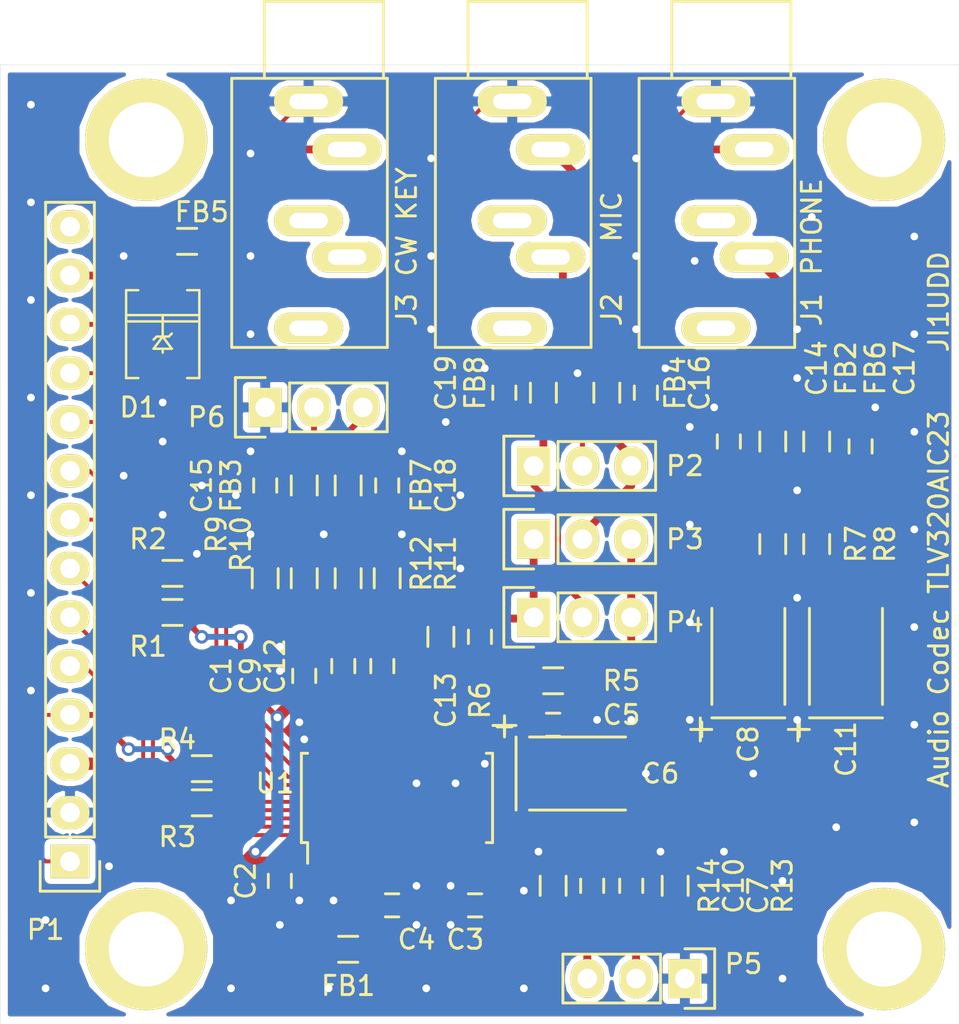
<source format=kicad_pcb>
(kicad_pcb (version 4) (host pcbnew 4.0.2-stable)
  (layers (0 F.Cu signal) (31 B.Cu signal) (34 B.Paste user) (35 F.Paste user) (36 B.SilkS user) (37 F.SilkS user) (38 B.Mask user) (39 F.Mask user) (44 Edge.Cuts user))
  (net 0 "")
  (net 1 +3V3)
  (net 2 GND)
  (net 3 "Net-(C3-Pad2)")
  (net 4 "Net-(C5-Pad1)")
  (net 5 "Net-(C7-Pad1)")
  (net 6 "Net-(C7-Pad2)")
  (net 7 "Net-(C8-Pad2)")
  (net 8 "Net-(C8-Pad1)")
  (net 9 "Net-(C9-Pad1)")
  (net 10 "Net-(C9-Pad2)")
  (net 11 "Net-(C10-Pad1)")
  (net 12 "Net-(C10-Pad2)")
  (net 13 "Net-(C11-Pad2)")
  (net 14 "Net-(C11-Pad1)")
  (net 15 "Net-(C12-Pad1)")
  (net 16 "Net-(C12-Pad2)")
  (net 17 "Net-(C13-Pad1)")
  (net 18 "Net-(C13-Pad2)")
  (net 19 "Net-(C14-Pad1)")
  (net 20 "Net-(C15-Pad1)")
  (net 21 "Net-(C16-Pad1)")
  (net 22 "Net-(C17-Pad1)")
  (net 23 "Net-(C18-Pad1)")
  (net 24 "Net-(C19-Pad1)")
  (net 25 "Net-(FB2-Pad2)")
  (net 26 "Net-(FB3-Pad2)")
  (net 27 "Net-(FB4-Pad2)")
  (net 28 "Net-(FB5-Pad2)")
  (net 29 "Net-(FB6-Pad2)")
  (net 30 "Net-(FB7-Pad2)")
  (net 31 "Net-(FB8-Pad2)")
  (net 32 "Net-(J1-Pad4)")
  (net 33 "Net-(J1-Pad2)")
  (net 34 "Net-(J2-Pad4)")
  (net 35 "Net-(J2-Pad2)")
  (net 36 "Net-(J3-Pad4)")
  (net 37 "Net-(J3-Pad3)")
  (net 38 "Net-(J3-Pad2)")
  (net 39 "Net-(P1-Pad1)")
  (net 40 "Net-(P1-Pad5)")
  (net 41 "Net-(P1-Pad6)")
  (net 42 "Net-(P1-Pad7)")
  (net 43 "Net-(P1-Pad8)")
  (net 44 "Net-(P1-Pad9)")
  (net 45 "Net-(P1-Pad10)")
  (net 46 "Net-(P1-Pad11)")
  (net 47 //PTT)
  (net 48 "Net-(P1-Pad14)")
  (net 49 "Net-(P3-Pad3)")
  (net 50 /MODE)
  (net 51 "Net-(R3-Pad1)")
  (net 52 "Net-(R4-Pad1)")
  (net 53 "Net-(R5-Pad2)")
  (net 54 "Net-(R6-Pad2)")
  (net 55 "Net-(U1-Pad2)")
  (net 56 "Net-(U1-Pad26)")
  (net 57 "Net-(D1-Pad2)")
  (module Capacitors_SMD:C_0603_HandSoldering (layer F.Cu) (at 115.824 81.788 90)
    (fp_text reference C1 (at 0 -4.318 90) (layer F.SilkS) (effects (font (thickness 0.1524))))
    (fp_text value 100n hide)
    (pad 1 smd rect (at -0.95 0 90) (size 1.2 0.75) (layers F.Cu F.Paste F.Mask) (net 1 +3V3))
    (pad 2 smd rect (at 0.95 0 90) (size 1.2 0.75) (layers F.Cu F.Paste F.Mask) (net 2 GND))
  )
  (module Capacitors_SMD:C_0603_HandSoldering (layer F.Cu) (at 114.554 92.456 270)
    (fp_text reference C2 (at 0 1.778 270) (layer F.SilkS) (effects (font (thickness 0.1524))))
    (fp_text value 100n hide)
    (pad 1 smd rect (at -0.95 0 270) (size 1.2 0.75) (layers F.Cu F.Paste F.Mask) (net 1 +3V3))
    (pad 2 smd rect (at 0.95 0 270) (size 1.2 0.75) (layers F.Cu F.Paste F.Mask) (net 2 GND))
  )
  (module Capacitors_SMD:C_0603_HandSoldering (layer F.Cu) (at 124.714 93.726)
    (fp_text reference C3 (at -0.508 1.778) (layer F.SilkS) (effects (font (thickness 0.1524))))
    (fp_text value 100n hide)
    (pad 1 smd rect (at -0.95 0) (size 1.2 0.75) (layers F.Cu F.Paste F.Mask) (net 2 GND))
    (pad 2 smd rect (at 0.95 0) (size 1.2 0.75) (layers F.Cu F.Paste F.Mask) (net 3 "Net-(C3-Pad2)"))
  )
  (module Capacitors_SMD:C_0603_HandSoldering (layer F.Cu) (at 120.396 93.726 180)
    (fp_text reference C4 (at -1.27 -1.778 180) (layer F.SilkS) (effects (font (thickness 0.1524))))
    (fp_text value 100n hide)
    (pad 1 smd rect (at -0.95 0 180) (size 1.2 0.75) (layers F.Cu F.Paste F.Mask) (net 2 GND))
    (pad 2 smd rect (at 0.95 0 180) (size 1.2 0.75) (layers F.Cu F.Paste F.Mask) (net 3 "Net-(C3-Pad2)"))
  )
  (module Capacitors_SMD:C_0603_HandSoldering (layer F.Cu) (at 128.778 84.328)
    (fp_text reference C5 (at 3.556 -0.508) (layer F.SilkS) (effects (font (thickness 0.1524))))
    (fp_text value 100n hide)
    (pad 1 smd rect (at -0.95 0) (size 1.2 0.75) (layers F.Cu F.Paste F.Mask) (net 4 "Net-(C5-Pad1)"))
    (pad 2 smd rect (at 0.95 0) (size 1.2 0.75) (layers F.Cu F.Paste F.Mask) (net 2 GND))
  )
  (module Capacitors_Tantalum_SMD:TantalC_SizeB_EIA-3528_Wave (layer F.Cu) (at 130.048 86.868)
    (fp_text reference C6 (at 4.318 0) (layer F.SilkS) (effects (font (thickness 0.1524))))
    (fp_text value 10u hide)
    (fp_text user + (at -3.79984 -2.49936) (layer F.SilkS))
    (pad 2 smd rect (at 1.6256 0) (size 2.14884 1.80086) (layers F.Cu F.Paste F.Mask) (net 2 GND))
    (pad 1 smd rect (at -1.6256 0) (size 2.14884 1.80086) (layers F.Cu F.Paste F.Mask) (net 4 "Net-(C5-Pad1)"))
  )
  (module Capacitors_SMD:C_0603_HandSoldering (layer F.Cu) (at 132.842 92.71 270)
    (fp_text reference C7 (at 0.508 -6.604 270) (layer F.SilkS) (effects (font (thickness 0.1524))))
    (fp_text value 1u hide)
    (pad 1 smd rect (at -0.95 0 270) (size 1.2 0.75) (layers F.Cu F.Paste F.Mask) (net 5 "Net-(C7-Pad1)"))
    (pad 2 smd rect (at 0.95 0 270) (size 1.2 0.75) (layers F.Cu F.Paste F.Mask) (net 6 "Net-(C7-Pad2)"))
  )
  (module Capacitors_Tantalum_SMD:TantalC_SizeB_EIA-3528_Wave (layer F.Cu) (at 138.938 80.772 90)
    (fp_text reference C8 (at -4.572 0 90) (layer F.SilkS) (effects (font (thickness 0.1524))))
    (fp_text value 10u hide)
    (fp_text user + (at -3.79984 -2.49936 90) (layer F.SilkS))
    (pad 2 smd rect (at 1.6256 0 90) (size 2.14884 1.80086) (layers F.Cu F.Paste F.Mask) (net 7 "Net-(C8-Pad2)"))
    (pad 1 smd rect (at -1.6256 0 90) (size 2.14884 1.80086) (layers F.Cu F.Paste F.Mask) (net 8 "Net-(C8-Pad1)"))
  )
  (module Capacitors_SMD:C_0603_HandSoldering (layer F.Cu) (at 117.856 81.28 90)
    (fp_text reference C9 (at -0.508 -4.826 90) (layer F.SilkS) (effects (font (thickness 0.1524))))
    (fp_text value 1u hide)
    (pad 1 smd rect (at -0.95 0 90) (size 1.2 0.75) (layers F.Cu F.Paste F.Mask) (net 9 "Net-(C9-Pad1)"))
    (pad 2 smd rect (at 0.95 0 90) (size 1.2 0.75) (layers F.Cu F.Paste F.Mask) (net 10 "Net-(C9-Pad2)"))
  )
  (module Capacitors_SMD:C_0603_HandSoldering (layer F.Cu) (at 130.81 92.71 270)
    (fp_text reference C10 (at 0 -7.366 270) (layer F.SilkS) (effects (font (thickness 0.1524))))
    (fp_text value 1u hide)
    (pad 1 smd rect (at -0.95 0 270) (size 1.2 0.75) (layers F.Cu F.Paste F.Mask) (net 11 "Net-(C10-Pad1)"))
    (pad 2 smd rect (at 0.95 0 270) (size 1.2 0.75) (layers F.Cu F.Paste F.Mask) (net 12 "Net-(C10-Pad2)"))
  )
  (module Capacitors_Tantalum_SMD:TantalC_SizeB_EIA-3528_Wave (layer F.Cu) (at 144.018 80.772 90)
    (fp_text reference C11 (at -4.826 0 90) (layer F.SilkS) (effects (font (thickness 0.1524))))
    (fp_text value 10u hide)
    (fp_text user + (at -3.79984 -2.49936 90) (layer F.SilkS))
    (pad 2 smd rect (at 1.6256 0 90) (size 2.14884 1.80086) (layers F.Cu F.Paste F.Mask) (net 13 "Net-(C11-Pad2)"))
    (pad 1 smd rect (at -1.6256 0 90) (size 2.14884 1.80086) (layers F.Cu F.Paste F.Mask) (net 14 "Net-(C11-Pad1)"))
  )
  (module Capacitors_SMD:C_0603_HandSoldering (layer F.Cu) (at 119.888 81.28 90)
    (fp_text reference C12 (at 0 -5.588 90) (layer F.SilkS) (effects (font (thickness 0.1524))))
    (fp_text value 1u hide)
    (pad 1 smd rect (at -0.95 0 90) (size 1.2 0.75) (layers F.Cu F.Paste F.Mask) (net 15 "Net-(C12-Pad1)"))
    (pad 2 smd rect (at 0.95 0 90) (size 1.2 0.75) (layers F.Cu F.Paste F.Mask) (net 16 "Net-(C12-Pad2)"))
  )
  (module Capacitors_SMD:C_0603_HandSoldering (layer F.Cu) (at 124.968 79.756 90)
    (fp_text reference C13 (at -3.302 -1.778 90) (layer F.SilkS) (effects (font (thickness 0.1524))))
    (fp_text value 1u hide)
    (pad 1 smd rect (at -0.95 0 90) (size 1.2 0.75) (layers F.Cu F.Paste F.Mask) (net 17 "Net-(C13-Pad1)"))
    (pad 2 smd rect (at 0.95 0 90) (size 1.2 0.75) (layers F.Cu F.Paste F.Mask) (net 18 "Net-(C13-Pad2)"))
  )
  (module Capacitors_SMD:C_0603_HandSoldering (layer F.Cu) (at 137.922 69.596 90)
    (fp_text reference C14 (at 3.81 4.572 90) (layer F.SilkS) (effects (font (thickness 0.1524))))
    (fp_text value 4.7n hide)
    (pad 1 smd rect (at -0.95 0 90) (size 1.2 0.75) (layers F.Cu F.Paste F.Mask) (net 19 "Net-(C14-Pad1)"))
    (pad 2 smd rect (at 0.95 0 90) (size 1.2 0.75) (layers F.Cu F.Paste F.Mask) (net 2 GND))
  )
  (module Capacitors_SMD:C_0603_HandSoldering (layer F.Cu) (at 113.792 71.882 90)
    (fp_text reference C15 (at 0 -3.302 90) (layer F.SilkS) (effects (font (thickness 0.1524))))
    (fp_text value 4.7n hide)
    (pad 1 smd rect (at -0.95 0 90) (size 1.2 0.75) (layers F.Cu F.Paste F.Mask) (net 20 "Net-(C15-Pad1)"))
    (pad 2 smd rect (at 0.95 0 90) (size 1.2 0.75) (layers F.Cu F.Paste F.Mask) (net 2 GND))
  )
  (module Capacitors_SMD:C_0603_HandSoldering (layer F.Cu) (at 133.604 67.056 90)
    (fp_text reference C16 (at 0.508 2.794 90) (layer F.SilkS) (effects (font (thickness 0.1524))))
    (fp_text value 4.7n hide)
    (pad 1 smd rect (at -0.95 0 90) (size 1.2 0.75) (layers F.Cu F.Paste F.Mask) (net 21 "Net-(C16-Pad1)"))
    (pad 2 smd rect (at 0.95 0 90) (size 1.2 0.75) (layers F.Cu F.Paste F.Mask) (net 2 GND))
  )
  (module Capacitors_SMD:C_0603_HandSoldering (layer F.Cu) (at 144.78 69.85 90)
    (fp_text reference C17 (at 4.064 2.286 90) (layer F.SilkS) (effects (font (thickness 0.1524))))
    (fp_text value 4.7n hide)
    (pad 1 smd rect (at -0.95 0 90) (size 1.2 0.75) (layers F.Cu F.Paste F.Mask) (net 22 "Net-(C17-Pad1)"))
    (pad 2 smd rect (at 0.95 0 90) (size 1.2 0.75) (layers F.Cu F.Paste F.Mask) (net 2 GND))
  )
  (module Capacitors_SMD:C_0603_HandSoldering (layer F.Cu) (at 120.142 71.882 90)
    (fp_text reference C18 (at 0 3.048 90) (layer F.SilkS) (effects (font (thickness 0.1524))))
    (fp_text value 4.7n hide)
    (pad 1 smd rect (at -0.95 0 90) (size 1.2 0.75) (layers F.Cu F.Paste F.Mask) (net 23 "Net-(C18-Pad1)"))
    (pad 2 smd rect (at 0.95 0 90) (size 1.2 0.75) (layers F.Cu F.Paste F.Mask) (net 2 GND))
  )
  (module Capacitors_SMD:C_0603_HandSoldering (layer F.Cu) (at 126.238 67.056 90)
    (fp_text reference C19 (at 0.508 -3.048 90) (layer F.SilkS) (effects (font (thickness 0.1524))))
    (fp_text value 4.7n hide)
    (pad 1 smd rect (at -0.95 0 90) (size 1.2 0.75) (layers F.Cu F.Paste F.Mask) (net 24 "Net-(C19-Pad1)"))
    (pad 2 smd rect (at 0.95 0 90) (size 1.2 0.75) (layers F.Cu F.Paste F.Mask) (net 2 GND))
  )
  (module "hermeslite6:DO-214AC(SMA)" (layer F.Cu) (at 108.458 64.008 90)
    (fp_text reference D1 (at -3.81 -1.27 180) (layer F.SilkS) (effects (font (thickness 0.1524))))
    (fp_text value DIODESCH2 hide)
    (pad 1 smd rect (at -1.89992 0 90) (size 1.6002 2.19964) (layers F.Cu F.Paste F.Mask) (net 2 GND))
    (pad 2 smd rect (at 1.89992 0 90) (size 1.6002 2.19964) (layers F.Cu F.Paste F.Mask) (net 57 "Net-(D1-Pad2)"))
  )
  (module Resistors_SMD:R_0603_HandSoldering (layer F.Cu) (at 118.11 96.012 180)
    (fp_text reference FB1 (at 0 -1.9 180) (layer F.SilkS) (effects (font (thickness 0.1524))))
    (fp_text value FB hide)
    (pad 1 smd rect (at -1.1 0 180) (size 1.2 0.9) (layers F.Cu F.Paste F.Mask) (net 3 "Net-(C3-Pad2)"))
    (pad 2 smd rect (at 1.1 0 180) (size 1.2 0.9) (layers F.Cu F.Paste F.Mask) (net 1 +3V3))
  )
  (module Resistors_SMD:R_0603_HandSoldering (layer F.Cu) (at 140.208 69.596 90)
    (fp_text reference FB2 (at 3.81 3.81 90) (layer F.SilkS) (effects (font (thickness 0.1524))))
    (fp_text value FB hide)
    (pad 1 smd rect (at -1.1 0 90) (size 1.2 0.9) (layers F.Cu F.Paste F.Mask) (net 19 "Net-(C14-Pad1)"))
    (pad 2 smd rect (at 1.1 0 90) (size 1.2 0.9) (layers F.Cu F.Paste F.Mask) (net 25 "Net-(FB2-Pad2)"))
  )
  (module Resistors_SMD:R_0603_HandSoldering (layer F.Cu) (at 115.824 71.882 90)
    (fp_text reference FB3 (at 0 -3.81 90) (layer F.SilkS) (effects (font (thickness 0.1524))))
    (fp_text value FB hide)
    (pad 1 smd rect (at -1.1 0 90) (size 1.2 0.9) (layers F.Cu F.Paste F.Mask) (net 20 "Net-(C15-Pad1)"))
    (pad 2 smd rect (at 1.1 0 90) (size 1.2 0.9) (layers F.Cu F.Paste F.Mask) (net 26 "Net-(FB3-Pad2)"))
  )
  (module Resistors_SMD:R_0603_HandSoldering (layer F.Cu) (at 131.572 67.056 90)
    (fp_text reference FB4 (at 0.508 3.556 90) (layer F.SilkS) (effects (font (thickness 0.1524))))
    (fp_text value FB hide)
    (pad 1 smd rect (at -1.1 0 90) (size 1.2 0.9) (layers F.Cu F.Paste F.Mask) (net 21 "Net-(C16-Pad1)"))
    (pad 2 smd rect (at 1.1 0 90) (size 1.2 0.9) (layers F.Cu F.Paste F.Mask) (net 27 "Net-(FB4-Pad2)"))
  )
  (module Resistors_SMD:R_0603_HandSoldering (layer F.Cu) (at 109.728 59.182)
    (fp_text reference FB5 (at 0.762 -1.524) (layer F.SilkS) (effects (font (thickness 0.1524))))
    (fp_text value FB hide)
    (pad 1 smd rect (at -1.1 0) (size 1.2 0.9) (layers F.Cu F.Paste F.Mask) (net 57 "Net-(D1-Pad2)"))
    (pad 2 smd rect (at 1.1 0) (size 1.2 0.9) (layers F.Cu F.Paste F.Mask) (net 28 "Net-(FB5-Pad2)"))
  )
  (module Resistors_SMD:R_0603_HandSoldering (layer F.Cu) (at 142.494 69.596 90)
    (fp_text reference FB6 (at 3.81 3.048 90) (layer F.SilkS) (effects (font (thickness 0.1524))))
    (fp_text value FB hide)
    (pad 1 smd rect (at -1.1 0 90) (size 1.2 0.9) (layers F.Cu F.Paste F.Mask) (net 22 "Net-(C17-Pad1)"))
    (pad 2 smd rect (at 1.1 0 90) (size 1.2 0.9) (layers F.Cu F.Paste F.Mask) (net 29 "Net-(FB6-Pad2)"))
  )
  (module Resistors_SMD:R_0603_HandSoldering (layer F.Cu) (at 118.11 71.882 90)
    (fp_text reference FB7 (at 0 3.81 90) (layer F.SilkS) (effects (font (thickness 0.1524))))
    (fp_text value FB hide)
    (pad 1 smd rect (at -1.1 0 90) (size 1.2 0.9) (layers F.Cu F.Paste F.Mask) (net 23 "Net-(C18-Pad1)"))
    (pad 2 smd rect (at 1.1 0 90) (size 1.2 0.9) (layers F.Cu F.Paste F.Mask) (net 30 "Net-(FB7-Pad2)"))
  )
  (module Resistors_SMD:R_0603_HandSoldering (layer F.Cu) (at 128.27 67.056 90)
    (fp_text reference FB8 (at 0.508 -3.556 90) (layer F.SilkS) (effects (font (thickness 0.1524))))
    (fp_text value FB hide)
    (pad 1 smd rect (at -1.1 0 90) (size 1.2 0.9) (layers F.Cu F.Paste F.Mask) (net 24 "Net-(C19-Pad1)"))
    (pad 2 smd rect (at 1.1 0 90) (size 1.2 0.9) (layers F.Cu F.Paste F.Mask) (net 31 "Net-(FB8-Pad2)"))
  )
  (module Pin_Headers:Pin_Header_Straight_1x14 (layer F.Cu) (at 103.632 91.44 180)
    (fp_text reference P1 (at 1.27 -3.556 180) (layer F.SilkS) (effects (font (thickness 0.1524))))
    (fp_text value CONN_01X14 hide)
    (pad 1 thru_hole rect (at 0 0 180) (size 2.032 1.7272) (drill 1.016) (layers *.Cu *.Mask F.SilkS) (net 39 "Net-(P1-Pad1)"))
    (pad 2 thru_hole oval (at 0 2.54 180) (size 2.032 1.7272) (drill 1.016) (layers *.Cu *.Mask F.SilkS) (net 2 GND))
    (pad 3 thru_hole oval (at 0 5.08 180) (size 2.032 1.7272) (drill 1.016) (layers *.Cu *.Mask F.SilkS) (net 1 +3V3))
    (pad 4 thru_hole oval (at 0 7.62 180) (size 2.032 1.7272) (drill 1.016) (layers *.Cu *.Mask F.SilkS) (net 39 "Net-(P1-Pad1)"))
    (pad 5 thru_hole oval (at 0 10.16 180) (size 2.032 1.7272) (drill 1.016) (layers *.Cu *.Mask F.SilkS) (net 40 "Net-(P1-Pad5)"))
    (pad 6 thru_hole oval (at 0 12.7 180) (size 2.032 1.7272) (drill 1.016) (layers *.Cu *.Mask F.SilkS) (net 41 "Net-(P1-Pad6)"))
    (pad 7 thru_hole oval (at 0 15.24 180) (size 2.032 1.7272) (drill 1.016) (layers *.Cu *.Mask F.SilkS) (net 42 "Net-(P1-Pad7)"))
    (pad 8 thru_hole oval (at 0 17.78 180) (size 2.032 1.7272) (drill 1.016) (layers *.Cu *.Mask F.SilkS) (net 43 "Net-(P1-Pad8)"))
    (pad 9 thru_hole oval (at 0 20.32 180) (size 2.032 1.7272) (drill 1.016) (layers *.Cu *.Mask F.SilkS) (net 44 "Net-(P1-Pad9)"))
    (pad 10 thru_hole oval (at 0 22.86 180) (size 2.032 1.7272) (drill 1.016) (layers *.Cu *.Mask F.SilkS) (net 45 "Net-(P1-Pad10)"))
    (pad 11 thru_hole oval (at 0 25.4 180) (size 2.032 1.7272) (drill 1.016) (layers *.Cu *.Mask F.SilkS) (net 46 "Net-(P1-Pad11)"))
    (pad 12 thru_hole oval (at 0 27.94 180) (size 2.032 1.7272) (drill 1.016) (layers *.Cu *.Mask F.SilkS) (net 47 //PTT))
    (pad 13 thru_hole oval (at 0 30.48 180) (size 2.032 1.7272) (drill 1.016) (layers *.Cu *.Mask F.SilkS) (net 57 "Net-(D1-Pad2)"))
    (pad 14 thru_hole oval (at 0 33.02 180) (size 2.032 1.7272) (drill 1.016) (layers *.Cu *.Mask F.SilkS) (net 48 "Net-(P1-Pad14)"))
  )
  (module Pin_Headers:Pin_Header_Straight_1x03 (layer F.Cu) (at 127.762 70.866 90)
    (fp_text reference P2 (at 0 7.874 180) (layer F.SilkS) (effects (font (thickness 0.1524))))
    (fp_text value CONN_01X03 hide)
    (pad 1 thru_hole rect (at 0 0 90) (size 2.032 1.7272) (drill 1.016) (layers *.Cu *.Mask F.SilkS) (net 24 "Net-(C19-Pad1)"))
    (pad 2 thru_hole oval (at 0 2.54 90) (size 2.032 1.7272) (drill 1.016) (layers *.Cu *.Mask F.SilkS) (net 47 //PTT))
    (pad 3 thru_hole oval (at 0 5.08 90) (size 2.032 1.7272) (drill 1.016) (layers *.Cu *.Mask F.SilkS) (net 21 "Net-(C16-Pad1)"))
  )
  (module Pin_Headers:Pin_Header_Straight_1x03 (layer F.Cu) (at 127.762 74.676 90)
    (fp_text reference P3 (at 0 7.874 180) (layer F.SilkS) (effects (font (thickness 0.1524))))
    (fp_text value CONN_01X03 hide)
    (pad 1 thru_hole rect (at 0 0 90) (size 2.032 1.7272) (drill 1.016) (layers *.Cu *.Mask F.SilkS) (net 18 "Net-(C13-Pad2)"))
    (pad 2 thru_hole oval (at 0 2.54 90) (size 2.032 1.7272) (drill 1.016) (layers *.Cu *.Mask F.SilkS) (net 21 "Net-(C16-Pad1)"))
    (pad 3 thru_hole oval (at 0 5.08 90) (size 2.032 1.7272) (drill 1.016) (layers *.Cu *.Mask F.SilkS) (net 49 "Net-(P3-Pad3)"))
  )
  (module Pin_Headers:Pin_Header_Straight_1x03 (layer F.Cu) (at 127.762 78.74 90)
    (fp_text reference P4 (at -0.254 7.874 180) (layer F.SilkS) (effects (font (thickness 0.1524))))
    (fp_text value CONN_01X03 hide)
    (pad 1 thru_hole rect (at 0 0 90) (size 2.032 1.7272) (drill 1.016) (layers *.Cu *.Mask F.SilkS) (net 18 "Net-(C13-Pad2)"))
    (pad 2 thru_hole oval (at 0 2.54 90) (size 2.032 1.7272) (drill 1.016) (layers *.Cu *.Mask F.SilkS) (net 24 "Net-(C19-Pad1)"))
    (pad 3 thru_hole oval (at 0 5.08 90) (size 2.032 1.7272) (drill 1.016) (layers *.Cu *.Mask F.SilkS) (net 49 "Net-(P3-Pad3)"))
  )
  (module Pin_Headers:Pin_Header_Straight_1x03 (layer F.Cu) (at 135.636 97.536 270)
    (fp_text reference P5 (at -0.762 -3.048 360) (layer F.SilkS) (effects (font (thickness 0.1524))))
    (fp_text value CONN_01X03 hide)
    (pad 1 thru_hole rect (at 0 0 270) (size 2.032 1.7272) (drill 1.016) (layers *.Cu *.Mask F.SilkS) (net 2 GND))
    (pad 2 thru_hole oval (at 0 2.54 270) (size 2.032 1.7272) (drill 1.016) (layers *.Cu *.Mask F.SilkS) (net 6 "Net-(C7-Pad2)"))
    (pad 3 thru_hole oval (at 0 5.08 270) (size 2.032 1.7272) (drill 1.016) (layers *.Cu *.Mask F.SilkS) (net 12 "Net-(C10-Pad2)"))
  )
  (module Pin_Headers:Pin_Header_Straight_1x03 (layer F.Cu) (at 113.792 67.818 90)
    (fp_text reference P6 (at -0.508 -3.048 180) (layer F.SilkS) (effects (font (thickness 0.1524))))
    (fp_text value CONN_01X03 hide)
    (pad 1 thru_hole rect (at 0 0 90) (size 2.032 1.7272) (drill 1.016) (layers *.Cu *.Mask F.SilkS) (net 2 GND))
    (pad 2 thru_hole oval (at 0 2.54 90) (size 2.032 1.7272) (drill 1.016) (layers *.Cu *.Mask F.SilkS) (net 26 "Net-(FB3-Pad2)"))
    (pad 3 thru_hole oval (at 0 5.08 90) (size 2.032 1.7272) (drill 1.016) (layers *.Cu *.Mask F.SilkS) (net 30 "Net-(FB7-Pad2)"))
  )
  (module Resistors_SMD:R_0603_HandSoldering (layer F.Cu) (at 108.966 78.486 180)
    (fp_text reference R1 (at 1.27 -1.778 180) (layer F.SilkS) (effects (font (thickness 0.1524))))
    (fp_text value 1k hide)
    (pad 1 smd rect (at -1.1 0 180) (size 1.2 0.9) (layers F.Cu F.Paste F.Mask) (net 1 +3V3))
    (pad 2 smd rect (at 1.1 0 180) (size 1.2 0.9) (layers F.Cu F.Paste F.Mask) (net 50 /MODE))
  )
  (module Resistors_SMD:R_0603_HandSoldering (layer F.Cu) (at 108.966 76.454)
    (fp_text reference R2 (at -1.27 -1.778) (layer F.SilkS) (effects (font (thickness 0.1524))))
    (fp_text value DNI hide)
    (pad 1 smd rect (at -1.1 0) (size 1.2 0.9) (layers F.Cu F.Paste F.Mask) (net 50 /MODE))
    (pad 2 smd rect (at 1.1 0) (size 1.2 0.9) (layers F.Cu F.Paste F.Mask) (net 2 GND))
  )
  (module Resistors_SMD:R_0603_HandSoldering (layer F.Cu) (at 110.49 88.392 180)
    (fp_text reference R3 (at 1.27 -1.778 180) (layer F.SilkS) (effects (font (thickness 0.1524))))
    (fp_text value 150 hide)
    (pad 1 smd rect (at -1.1 0 180) (size 1.2 0.9) (layers F.Cu F.Paste F.Mask) (net 51 "Net-(R3-Pad1)"))
    (pad 2 smd rect (at 1.1 0 180) (size 1.2 0.9) (layers F.Cu F.Paste F.Mask) (net 39 "Net-(P1-Pad1)"))
  )
  (module Resistors_SMD:R_0603_HandSoldering (layer F.Cu) (at 110.49 86.614 180)
    (fp_text reference R4 (at 1.27 1.524 180) (layer F.SilkS) (effects (font (thickness 0.1524))))
    (fp_text value 150 hide)
    (pad 1 smd rect (at -1.1 0 180) (size 1.2 0.9) (layers F.Cu F.Paste F.Mask) (net 52 "Net-(R4-Pad1)"))
    (pad 2 smd rect (at 1.1 0 180) (size 1.2 0.9) (layers F.Cu F.Paste F.Mask) (net 39 "Net-(P1-Pad1)"))
  )
  (module Resistors_SMD:R_0603_HandSoldering (layer F.Cu) (at 128.778 82.042 180)
    (fp_text reference R5 (at -3.556 0 180) (layer F.SilkS) (effects (font (thickness 0.1524))))
    (fp_text value 3.3k hide)
    (pad 1 smd rect (at -1.1 0 180) (size 1.2 0.9) (layers F.Cu F.Paste F.Mask) (net 49 "Net-(P3-Pad3)"))
    (pad 2 smd rect (at 1.1 0 180) (size 1.2 0.9) (layers F.Cu F.Paste F.Mask) (net 53 "Net-(R5-Pad2)"))
  )
  (module Resistors_SMD:R_0603_HandSoldering (layer F.Cu) (at 122.936 79.756 270)
    (fp_text reference R6 (at 3.302 -2.032 270) (layer F.SilkS) (effects (font (thickness 0.1524))))
    (fp_text value 4.7k hide)
    (pad 1 smd rect (at -1.1 0 270) (size 1.2 0.9) (layers F.Cu F.Paste F.Mask) (net 17 "Net-(C13-Pad1)"))
    (pad 2 smd rect (at 1.1 0 270) (size 1.2 0.9) (layers F.Cu F.Paste F.Mask) (net 54 "Net-(R6-Pad2)"))
  )
  (module Resistors_SMD:R_0603_HandSoldering (layer F.Cu) (at 140.208 74.93 270)
    (fp_text reference R7 (at 0 -4.318 270) (layer F.SilkS) (effects (font (thickness 0.1524))))
    (fp_text value 100 hide)
    (pad 1 smd rect (at -1.1 0 270) (size 1.2 0.9) (layers F.Cu F.Paste F.Mask) (net 19 "Net-(C14-Pad1)"))
    (pad 2 smd rect (at 1.1 0 270) (size 1.2 0.9) (layers F.Cu F.Paste F.Mask) (net 7 "Net-(C8-Pad2)"))
  )
  (module Resistors_SMD:R_0603_HandSoldering (layer F.Cu) (at 142.494 74.93 270)
    (fp_text reference R8 (at 0 -3.556 270) (layer F.SilkS) (effects (font (thickness 0.1524))))
    (fp_text value 100 hide)
    (pad 1 smd rect (at -1.1 0 270) (size 1.2 0.9) (layers F.Cu F.Paste F.Mask) (net 22 "Net-(C17-Pad1)"))
    (pad 2 smd rect (at 1.1 0 270) (size 1.2 0.9) (layers F.Cu F.Paste F.Mask) (net 13 "Net-(C11-Pad2)"))
  )
  (module Resistors_SMD:R_0603_HandSoldering (layer F.Cu) (at 113.792 76.708 90)
    (fp_text reference R9 (at 2.286 -2.54 90) (layer F.SilkS) (effects (font (thickness 0.1524))))
    (fp_text value 4.7k hide)
    (pad 1 smd rect (at -1.1 0 90) (size 1.2 0.9) (layers F.Cu F.Paste F.Mask) (net 10 "Net-(C9-Pad2)"))
    (pad 2 smd rect (at 1.1 0 90) (size 1.2 0.9) (layers F.Cu F.Paste F.Mask) (net 2 GND))
  )
  (module Resistors_SMD:R_0603_HandSoldering (layer F.Cu) (at 115.824 76.708 270)
    (fp_text reference R10 (at -1.778 3.302 270) (layer F.SilkS) (effects (font (thickness 0.1524))))
    (fp_text value 4.7k hide)
    (pad 1 smd rect (at -1.1 0 270) (size 1.2 0.9) (layers F.Cu F.Paste F.Mask) (net 20 "Net-(C15-Pad1)"))
    (pad 2 smd rect (at 1.1 0 270) (size 1.2 0.9) (layers F.Cu F.Paste F.Mask) (net 10 "Net-(C9-Pad2)"))
  )
  (module Resistors_SMD:R_0603_HandSoldering (layer F.Cu) (at 120.142 76.708 90)
    (fp_text reference R11 (at 0.762 3.048 90) (layer F.SilkS) (effects (font (thickness 0.1524))))
    (fp_text value 4.7k hide)
    (pad 1 smd rect (at -1.1 0 90) (size 1.2 0.9) (layers F.Cu F.Paste F.Mask) (net 16 "Net-(C12-Pad2)"))
    (pad 2 smd rect (at 1.1 0 90) (size 1.2 0.9) (layers F.Cu F.Paste F.Mask) (net 2 GND))
  )
  (module Resistors_SMD:R_0603_HandSoldering (layer F.Cu) (at 118.11 76.708 270)
    (fp_text reference R12 (at -0.762 -3.81 270) (layer F.SilkS) (effects (font (thickness 0.1524))))
    (fp_text value 4.7k hide)
    (pad 1 smd rect (at -1.1 0 270) (size 1.2 0.9) (layers F.Cu F.Paste F.Mask) (net 23 "Net-(C18-Pad1)"))
    (pad 2 smd rect (at 1.1 0 270) (size 1.2 0.9) (layers F.Cu F.Paste F.Mask) (net 16 "Net-(C12-Pad2)"))
  )
  (module Resistors_SMD:R_0603_HandSoldering (layer F.Cu) (at 135.128 92.71 90)
    (fp_text reference R13 (at 0 5.588 90) (layer F.SilkS) (effects (font (thickness 0.1524))))
    (fp_text value 100k hide)
    (pad 1 smd rect (at -1.1 0 90) (size 1.2 0.9) (layers F.Cu F.Paste F.Mask) (net 6 "Net-(C7-Pad2)"))
    (pad 2 smd rect (at 1.1 0 90) (size 1.2 0.9) (layers F.Cu F.Paste F.Mask) (net 2 GND))
  )
  (module Resistors_SMD:R_0603_HandSoldering (layer F.Cu) (at 128.778 92.71 90)
    (fp_text reference R14 (at 0 8.128 90) (layer F.SilkS) (effects (font (thickness 0.1524))))
    (fp_text value 100k hide)
    (pad 1 smd rect (at -1.1 0 90) (size 1.2 0.9) (layers F.Cu F.Paste F.Mask) (net 12 "Net-(C10-Pad2)"))
    (pad 2 smd rect (at 1.1 0 90) (size 1.2 0.9) (layers F.Cu F.Paste F.Mask) (net 2 GND))
  )
  (module Housings_SSOP:TSSOP-28_4.4x9.7mm_Pitch0.65mm (layer F.Cu) (at 120.65 88.138 90)
    (fp_text reference U1 (at 0.762 -6.35 180) (layer F.SilkS) (effects (font (thickness 0.1524))))
    (fp_text value TLV320AIC23BPW hide)
    (pad 1 smd rect (at -2.85 -4.225 90) (size 1.1 0.4) (layers F.Cu F.Paste F.Mask) (net 1 +3V3))
    (pad 2 smd rect (at -2.85 -3.575 90) (size 1.1 0.4) (layers F.Cu F.Paste F.Mask) (net 55 "Net-(U1-Pad2)"))
    (pad 3 smd rect (at -2.85 -2.925 90) (size 1.1 0.4) (layers F.Cu F.Paste F.Mask) (net 40 "Net-(P1-Pad5)"))
    (pad 4 smd rect (at -2.85 -2.275 90) (size 1.1 0.4) (layers F.Cu F.Paste F.Mask) (net 41 "Net-(P1-Pad6)"))
    (pad 5 smd rect (at -2.85 -1.625 90) (size 1.1 0.4) (layers F.Cu F.Paste F.Mask) (net 51 "Net-(R3-Pad1)"))
    (pad 6 smd rect (at -2.85 -0.975 90) (size 1.1 0.4) (layers F.Cu F.Paste F.Mask) (net 42 "Net-(P1-Pad7)"))
    (pad 7 smd rect (at -2.85 -0.325 90) (size 1.1 0.4) (layers F.Cu F.Paste F.Mask) (net 52 "Net-(R4-Pad1)"))
    (pad 8 smd rect (at -2.85 0.325 90) (size 1.1 0.4) (layers F.Cu F.Paste F.Mask) (net 3 "Net-(C3-Pad2)"))
    (pad 9 smd rect (at -2.85 0.975 90) (size 1.1 0.4) (layers F.Cu F.Paste F.Mask) (net 8 "Net-(C8-Pad1)"))
    (pad 10 smd rect (at -2.85 1.625 90) (size 1.1 0.4) (layers F.Cu F.Paste F.Mask) (net 14 "Net-(C11-Pad1)"))
    (pad 11 smd rect (at -2.85 2.275 90) (size 1.1 0.4) (layers F.Cu F.Paste F.Mask) (net 2 GND))
    (pad 12 smd rect (at -2.85 2.925 90) (size 1.1 0.4) (layers F.Cu F.Paste F.Mask) (net 5 "Net-(C7-Pad1)"))
    (pad 13 smd rect (at -2.85 3.575 90) (size 1.1 0.4) (layers F.Cu F.Paste F.Mask) (net 11 "Net-(C10-Pad1)"))
    (pad 14 smd rect (at -2.85 4.225 90) (size 1.1 0.4) (layers F.Cu F.Paste F.Mask) (net 3 "Net-(C3-Pad2)"))
    (pad 15 smd rect (at 2.85 4.225 90) (size 1.1 0.4) (layers F.Cu F.Paste F.Mask) (net 2 GND))
    (pad 16 smd rect (at 2.85 3.575 90) (size 1.1 0.4) (layers F.Cu F.Paste F.Mask) (net 4 "Net-(C5-Pad1)"))
    (pad 17 smd rect (at 2.85 2.925 90) (size 1.1 0.4) (layers F.Cu F.Paste F.Mask) (net 53 "Net-(R5-Pad2)"))
    (pad 18 smd rect (at 2.85 2.275 90) (size 1.1 0.4) (layers F.Cu F.Paste F.Mask) (net 54 "Net-(R6-Pad2)"))
    (pad 19 smd rect (at 2.85 1.625 90) (size 1.1 0.4) (layers F.Cu F.Paste F.Mask) (net 15 "Net-(C12-Pad1)"))
    (pad 20 smd rect (at 2.85 0.975 90) (size 1.1 0.4) (layers F.Cu F.Paste F.Mask) (net 9 "Net-(C9-Pad1)"))
    (pad 21 smd rect (at 2.85 0.325 90) (size 1.1 0.4) (layers F.Cu F.Paste F.Mask) (net 43 "Net-(P1-Pad8)"))
    (pad 22 smd rect (at 2.85 -0.325 90) (size 1.1 0.4) (layers F.Cu F.Paste F.Mask) (net 50 /MODE))
    (pad 23 smd rect (at 2.85 -0.975 90) (size 1.1 0.4) (layers F.Cu F.Paste F.Mask) (net 44 "Net-(P1-Pad9)"))
    (pad 24 smd rect (at 2.85 -1.625 90) (size 1.1 0.4) (layers F.Cu F.Paste F.Mask) (net 45 "Net-(P1-Pad10)"))
    (pad 25 smd rect (at 2.85 -2.275 90) (size 1.1 0.4) (layers F.Cu F.Paste F.Mask) (net 46 "Net-(P1-Pad11)"))
    (pad 26 smd rect (at 2.85 -2.925 90) (size 1.1 0.4) (layers F.Cu F.Paste F.Mask) (net 56 "Net-(U1-Pad26)"))
    (pad 27 smd rect (at 2.85 -3.575 90) (size 1.1 0.4) (layers F.Cu F.Paste F.Mask) (net 1 +3V3))
    (pad 28 smd rect (at 2.85 -4.225 90) (size 1.1 0.4) (layers F.Cu F.Paste F.Mask) (net 2 GND))
  )
  (module hermeslite:MH (layer F.Cu) (at 107.6 53.9)
    (fp_text reference MH hide)
    (fp_text value VAL** hide)
    (pad "" np_thru_hole circle (at 0 0) (size 6.35 6.35) (drill 3.9) (layers *.Cu *.Mask F.SilkS))
  )
  (module hermeslite:MH (layer F.Cu) (at 146 53.9)
    (fp_text reference MH hide)
    (fp_text value VAL** hide)
    (pad "" np_thru_hole circle (at 0 0) (size 6.35 6.35) (drill 3.9) (layers *.Cu *.Mask F.SilkS))
  )
  (module hermeslite:MH (layer F.Cu) (at 146 96)
    (fp_text reference MH hide)
    (fp_text value VAL** hide)
    (pad "" np_thru_hole circle (at 0 0) (size 6.35 6.35) (drill 3.9) (layers *.Cu *.Mask F.SilkS))
  )
  (module hermeslite:MH (layer F.Cu) (at 107.6 96)
    (fp_text reference MH hide)
    (fp_text value VAL** hide)
    (pad "" np_thru_hole circle (at 0 0) (size 6.35 6.35) (drill 3.9) (layers *.Cu *.Mask F.SilkS))
  )
  (module hermeslite6:JACK_PJ325 (layer F.Cu) (at 116.1 57.7 270)
    (fp_text reference J3 (at 5.038 -5.058 270) (layer F.SilkS) (effects (font (thickness 0.1524))))
    (fp_text value PJ325 hide)
    (pad 4 thru_hole oval (at 6 0.05 270) (size 1.6 3.6) (drill oval 0.8 2) (layers *.Cu *.Mask F.SilkS) (net 36 "Net-(J3-Pad4)"))
    (pad 3 thru_hole oval (at 2.3 -1.95 270) (size 1.6 3.6) (drill oval 0.8 2) (layers *.Cu *.Mask F.SilkS) (net 37 "Net-(J3-Pad3)"))
    (pad 2 thru_hole oval (at 0.4 0.05 270) (size 1.6 3.6) (drill oval 0.8 2) (layers *.Cu *.Mask F.SilkS) (net 38 "Net-(J3-Pad2)"))
    (pad 5 thru_hole oval (at -3.3 -1.95 270) (size 1.6 3.6) (drill oval 0.8 2) (layers *.Cu *.Mask F.SilkS) (net 28 "Net-(FB5-Pad2)"))
    (pad 1 thru_hole oval (at -5.8 0.05 270) (size 1.6 3.6) (drill oval 0.8 2) (layers *.Cu *.Mask F.SilkS) (net 2 GND))
  )
  (module hermeslite6:JACK_PJ325 (layer F.Cu) (at 126.7 57.7 270)
    (fp_text reference J2 (at 5.038 -5.126 270) (layer F.SilkS) (effects (font (thickness 0.1524))))
    (fp_text value PJ325 hide)
    (pad 4 thru_hole oval (at 6 0.05 270) (size 1.6 3.6) (drill oval 0.8 2) (layers *.Cu *.Mask F.SilkS) (net 34 "Net-(J2-Pad4)"))
    (pad 3 thru_hole oval (at 2.3 -1.95 270) (size 1.6 3.6) (drill oval 0.8 2) (layers *.Cu *.Mask F.SilkS) (net 31 "Net-(FB8-Pad2)"))
    (pad 2 thru_hole oval (at 0.4 0.05 270) (size 1.6 3.6) (drill oval 0.8 2) (layers *.Cu *.Mask F.SilkS) (net 35 "Net-(J2-Pad2)"))
    (pad 5 thru_hole oval (at -3.3 -1.95 270) (size 1.6 3.6) (drill oval 0.8 2) (layers *.Cu *.Mask F.SilkS) (net 27 "Net-(FB4-Pad2)"))
    (pad 1 thru_hole oval (at -5.8 0.05 270) (size 1.6 3.6) (drill oval 0.8 2) (layers *.Cu *.Mask F.SilkS) (net 2 GND))
  )
  (module hermeslite6:JACK_PJ325 (layer F.Cu) (at 137.3 57.7 270)
    (fp_text reference J1 (at 5.038 -4.94 270) (layer F.SilkS) (effects (font (thickness 0.1524))))
    (fp_text value PJ325 hide)
    (pad 4 thru_hole oval (at 6 0.05 270) (size 1.6 3.6) (drill oval 0.8 2) (layers *.Cu *.Mask F.SilkS) (net 32 "Net-(J1-Pad4)"))
    (pad 3 thru_hole oval (at 2.3 -1.95 270) (size 1.6 3.6) (drill oval 0.8 2) (layers *.Cu *.Mask F.SilkS) (net 29 "Net-(FB6-Pad2)"))
    (pad 2 thru_hole oval (at 0.4 0.05 270) (size 1.6 3.6) (drill oval 0.8 2) (layers *.Cu *.Mask F.SilkS) (net 33 "Net-(J1-Pad2)"))
    (pad 5 thru_hole oval (at -3.3 -1.95 270) (size 1.6 3.6) (drill oval 0.8 2) (layers *.Cu *.Mask F.SilkS) (net 25 "Net-(FB2-Pad2)"))
    (pad 1 thru_hole oval (at -5.8 0.05 270) (size 1.6 3.6) (drill oval 0.8 2) (layers *.Cu *.Mask F.SilkS) (net 2 GND))
  )
  (gr_text "Audio Codec TLV320AIC23    JI1UDD" (at 148.844 73.66 90) (layer F.SilkS) (effects (font (size 1 1) (thickness 0.1524))))
  (gr_text "CW KEY" (at 121.158 58.166 90) (layer F.SilkS) (effects (font (size 1 1) (thickness 0.1524))))
  (gr_text MIC (at 131.826 57.912 90) (layer F.SilkS) (effects (font (size 1 1) (thickness 0.1524))))
  (gr_text PHONE (at 142.24 58.42 90) (layer F.SilkS) (effects (font (size 1 1) (thickness 0.1524))))
  (gr_line (start 100 99.9) (end 100 50) (angle 90) (layer Edge.Cuts) (width 0.02))
  (gr_line (start 149.9 99.9) (end 100 99.9) (angle 90) (layer Edge.Cuts) (width 0.02))
  (gr_line (start 149.9 50) (end 149.9 99.9) (angle 90) (layer Edge.Cuts) (width 0.02))
  (gr_line (start 100 50) (end 149.9 50) (angle 90) (layer Edge.Cuts) (width 0.02))
  (segment (start 114.427 83.947) (end 112.522 82.042) (width 0.3048) (layer F.Cu) (net 1))
  (segment (start 110.066 79.332) (end 110.066 78.486) (width 0.3048) (layer F.Cu) (net 1))
  (segment (start 110.49 79.756) (end 110.066 79.332) (width 0.3048) (layer F.Cu) (net 1))
  (via (at 110.49 79.756) (size 0.70612) (drill 0.40132) (layers F.Cu B.Cu) (net 1))
  (segment (start 112.522 79.756) (end 110.49 79.756) (width 0.3048) (layer B.Cu) (net 1))
  (via (at 112.522 79.756) (size 0.70612) (drill 0.40132) (layers F.Cu B.Cu) (net 1))
  (segment (start 112.522 82.042) (end 112.522 79.756) (width 0.3048) (layer F.Cu) (net 1))
  (segment (start 117.075 85.288) (end 117.075 84.436) (width 0.3048) (layer F.Cu) (net 1))
  (segment (start 117.075 84.436) (end 115.824 83.185) (width 0.3048) (layer F.Cu) (net 1))
  (segment (start 115.824 83.185) (end 115.824 82.738) (width 0.3048) (layer F.Cu) (net 1))
  (segment (start 112.776 91.506) (end 112.776 91.44) (width 0.635) (layer F.Cu) (net 1))
  (segment (start 114.427 83.947) (end 115.636 82.738) (width 0.635) (layer F.Cu) (net 1))
  (via (at 114.427 83.947) (size 0.70612) (drill 0.40132) (layers F.Cu B.Cu) (net 1))
  (segment (start 114.427 89.789) (end 114.427 83.947) (width 0.635) (layer B.Cu) (net 1))
  (segment (start 113.284 90.932) (end 114.427 89.789) (width 0.635) (layer B.Cu) (net 1))
  (via (at 113.284 90.932) (size 0.70612) (drill 0.40132) (layers F.Cu B.Cu) (net 1))
  (segment (start 112.776 91.44) (end 113.284 90.932) (width 0.635) (layer F.Cu) (net 1))
  (segment (start 115.636 82.738) (end 115.824 82.738) (width 0.635) (layer F.Cu) (net 1))
  (segment (start 117.01 96.012) (end 113.538 96.012) (width 0.635) (layer F.Cu) (net 1))
  (segment (start 112.842 91.506) (end 112.776 91.506) (width 0.635) (layer F.Cu) (net 1))
  (segment (start 113.284 91.948) (end 112.842 91.506) (width 0.635) (layer F.Cu) (net 1))
  (segment (start 113.284 95.758) (end 113.284 91.948) (width 0.635) (layer F.Cu) (net 1))
  (segment (start 113.538 96.012) (end 113.284 95.758) (width 0.635) (layer F.Cu) (net 1))
  (segment (start 116.425 90.988) (end 115.072 90.988) (width 0.4064) (layer F.Cu) (net 1))
  (segment (start 115.072 90.988) (end 114.554 91.506) (width 0.4064) (layer F.Cu) (net 1))
  (segment (start 103.632 86.36) (end 106.172 86.36) (width 0.635) (layer F.Cu) (net 1))
  (segment (start 107.762 91.506) (end 112.776 91.506) (width 0.635) (layer F.Cu) (net 1))
  (segment (start 112.776 91.506) (end 114.554 91.506) (width 0.635) (layer F.Cu) (net 1))
  (segment (start 106.68 90.424) (end 107.762 91.506) (width 0.635) (layer F.Cu) (net 1))
  (segment (start 106.68 86.868) (end 106.68 90.424) (width 0.635) (layer F.Cu) (net 1))
  (segment (start 106.172 86.36) (end 106.68 86.868) (width 0.635) (layer F.Cu) (net 1))
  (segment (start 133.096 63.754) (end 132.334 63.754) (width 0.2032) (layer B.Cu) (net 2))
  (via (at 133.096 63.754) (size 0.70612) (drill 0.40132) (layers F.Cu B.Cu) (net 2))
  (segment (start 133.096 59.944) (end 133.096 63.754) (width 0.2032) (layer F.Cu) (net 2))
  (via (at 133.096 59.944) (size 0.70612) (drill 0.40132) (layers F.Cu B.Cu) (net 2))
  (segment (start 133.096 54.864) (end 133.096 59.944) (width 0.2032) (layer B.Cu) (net 2))
  (via (at 133.096 54.864) (size 0.70612) (drill 0.40132) (layers F.Cu B.Cu) (net 2))
  (segment (start 136.06 51.9) (end 133.096 54.864) (width 0.2032) (layer F.Cu) (net 2))
  (via (at 130.048 66.04) (size 0.70612) (drill 0.40132) (layers F.Cu B.Cu) (net 2))
  (segment (start 132.334 63.754) (end 130.048 66.04) (width 0.2032) (layer B.Cu) (net 2))
  (segment (start 116.84 74.422) (end 113.03 74.422) (width 0.2032) (layer B.Cu) (net 2))
  (via (at 113.03 74.422) (size 0.70612) (drill 0.40132) (layers F.Cu B.Cu) (net 2))
  (segment (start 113.03 74.422) (end 113.792 75.184) (width 0.3048) (layer F.Cu) (net 2))
  (via (at 116.84 74.422) (size 0.70612) (drill 0.40132) (layers F.Cu B.Cu) (net 2))
  (segment (start 115.128 80.838) (end 114.554 80.264) (width 0.3048) (layer F.Cu) (net 2))
  (via (at 114.554 80.264) (size 0.70612) (drill 0.40132) (layers F.Cu B.Cu) (net 2))
  (segment (start 115.824 80.838) (end 115.128 80.838) (width 0.3048) (layer F.Cu) (net 2))
  (segment (start 140.716 92.456) (end 139.192 92.456) (width 0.2032) (layer F.Cu) (net 2))
  (via (at 137.668 90.932) (size 0.70612) (drill 0.40132) (layers F.Cu B.Cu) (net 2))
  (segment (start 139.192 92.456) (end 137.668 90.932) (width 0.2032) (layer F.Cu) (net 2))
  (segment (start 132.842 84.074) (end 131.064 84.074) (width 0.2032) (layer B.Cu) (net 2))
  (segment (start 130.81 84.328) (end 131.064 84.074) (width 0.4064) (layer F.Cu) (net 2))
  (via (at 131.064 84.074) (size 0.70612) (drill 0.40132) (layers F.Cu B.Cu) (net 2))
  (segment (start 130.81 84.328) (end 129.728 84.328) (width 0.4064) (layer F.Cu) (net 2))
  (via (at 132.842 84.074) (size 0.70612) (drill 0.40132) (layers F.Cu B.Cu) (net 2))
  (segment (start 141.478 77.724) (end 141.478 72.136) (width 0.2032) (layer F.Cu) (net 2))
  (via (at 139.192 86.868) (size 0.70612) (drill 0.40132) (layers F.Cu B.Cu) (net 2))
  (segment (start 139.192 86.868) (end 141.478 84.582) (width 0.2032) (layer F.Cu) (net 2))
  (segment (start 141.478 84.582) (end 141.478 84.074) (width 0.2032) (layer F.Cu) (net 2))
  (via (at 141.478 84.074) (size 0.70612) (drill 0.40132) (layers F.Cu B.Cu) (net 2))
  (segment (start 141.478 84.074) (end 141.478 77.724) (width 0.2032) (layer B.Cu) (net 2))
  (via (at 141.478 77.724) (size 0.70612) (drill 0.40132) (layers F.Cu B.Cu) (net 2))
  (segment (start 133.604 86.868) (end 139.192 86.868) (width 0.2032) (layer B.Cu) (net 2))
  (via (at 136.144 60.198) (size 0.70612) (drill 0.40132) (layers F.Cu B.Cu) (net 2))
  (segment (start 137.414 61.468) (end 136.144 60.198) (width 0.2032) (layer B.Cu) (net 2))
  (segment (start 139.192 61.468) (end 137.414 61.468) (width 0.2032) (layer B.Cu) (net 2))
  (segment (start 141.478 63.754) (end 139.192 61.468) (width 0.2032) (layer B.Cu) (net 2))
  (via (at 141.478 63.754) (size 0.70612) (drill 0.40132) (layers F.Cu B.Cu) (net 2))
  (segment (start 141.478 66.294) (end 141.478 63.754) (width 0.2032) (layer F.Cu) (net 2))
  (via (at 141.478 66.294) (size 0.70612) (drill 0.40132) (layers F.Cu B.Cu) (net 2))
  (segment (start 141.478 72.136) (end 141.478 66.294) (width 0.2032) (layer B.Cu) (net 2))
  (via (at 141.478 72.136) (size 0.70612) (drill 0.40132) (layers F.Cu B.Cu) (net 2))
  (segment (start 133.604 86.868) (end 133.604 86.36) (width 0.2032) (layer B.Cu) (net 2))
  (via (at 133.604 86.868) (size 0.70612) (drill 0.40132) (layers F.Cu B.Cu) (net 2))
  (segment (start 131.6736 86.868) (end 133.604 86.868) (width 0.4064) (layer F.Cu) (net 2))
  (via (at 135.89 68.834) (size 0.70612) (drill 0.40132) (layers F.Cu B.Cu) (net 2))
  (segment (start 135.89 73.914) (end 135.89 68.834) (width 0.2032) (layer F.Cu) (net 2))
  (via (at 135.89 73.914) (size 0.70612) (drill 0.40132) (layers F.Cu B.Cu) (net 2))
  (segment (start 135.89 78.994) (end 135.89 73.914) (width 0.2032) (layer B.Cu) (net 2))
  (via (at 135.89 78.994) (size 0.70612) (drill 0.40132) (layers F.Cu B.Cu) (net 2))
  (segment (start 135.89 84.074) (end 135.89 78.994) (width 0.2032) (layer F.Cu) (net 2))
  (via (at 135.89 84.074) (size 0.70612) (drill 0.40132) (layers F.Cu B.Cu) (net 2))
  (segment (start 133.604 86.36) (end 135.89 84.074) (width 0.2032) (layer B.Cu) (net 2))
  (segment (start 125.222 86.36) (end 124.714 86.36) (width 0.2032) (layer B.Cu) (net 2))
  (segment (start 124.875 86.013) (end 125.222 86.36) (width 0.3048) (layer F.Cu) (net 2))
  (via (at 125.222 86.36) (size 0.70612) (drill 0.40132) (layers F.Cu B.Cu) (net 2))
  (segment (start 124.875 85.288) (end 124.875 86.013) (width 0.3048) (layer F.Cu) (net 2))
  (via (at 121.666 87.376) (size 0.70612) (drill 0.40132) (layers F.Cu B.Cu) (net 2))
  (segment (start 123.698 87.376) (end 121.666 87.376) (width 0.2032) (layer F.Cu) (net 2))
  (via (at 123.698 87.376) (size 0.70612) (drill 0.40132) (layers F.Cu B.Cu) (net 2))
  (segment (start 124.714 86.36) (end 123.698 87.376) (width 0.2032) (layer B.Cu) (net 2))
  (segment (start 120.904 70.104) (end 121.666 70.104) (width 0.2032) (layer F.Cu) (net 2))
  (via (at 120.904 70.104) (size 0.70612) (drill 0.40132) (layers F.Cu B.Cu) (net 2))
  (segment (start 120.142 70.866) (end 120.904 70.104) (width 0.3048) (layer F.Cu) (net 2))
  (via (at 123.952 76.2) (size 0.70612) (drill 0.40132) (layers F.Cu B.Cu) (net 2))
  (segment (start 123.952 72.39) (end 123.952 76.2) (width 0.2032) (layer F.Cu) (net 2))
  (via (at 123.952 72.39) (size 0.70612) (drill 0.40132) (layers F.Cu B.Cu) (net 2))
  (segment (start 123.952 69.342) (end 123.952 72.39) (width 0.2032) (layer B.Cu) (net 2))
  (segment (start 123.19 68.58) (end 123.952 69.342) (width 0.2032) (layer B.Cu) (net 2))
  (via (at 123.19 68.58) (size 0.70612) (drill 0.40132) (layers F.Cu B.Cu) (net 2))
  (segment (start 121.666 70.104) (end 123.19 68.58) (width 0.2032) (layer F.Cu) (net 2))
  (segment (start 103.632 88.9) (end 102.108 88.9) (width 0.2032) (layer B.Cu) (net 2))
  (segment (start 102.108 88.9) (end 101.6 88.392) (width 0.2032) (layer B.Cu) (net 2))
  (via (at 101.6 52.07) (size 0.70612) (drill 0.40132) (layers F.Cu B.Cu) (net 2))
  (segment (start 101.6 57.15) (end 101.6 52.07) (width 0.2032) (layer B.Cu) (net 2))
  (via (at 101.6 57.15) (size 0.70612) (drill 0.40132) (layers F.Cu B.Cu) (net 2))
  (segment (start 101.6 62.23) (end 101.6 57.15) (width 0.2032) (layer F.Cu) (net 2))
  (via (at 101.6 62.23) (size 0.70612) (drill 0.40132) (layers F.Cu B.Cu) (net 2))
  (segment (start 101.6 67.31) (end 101.6 62.23) (width 0.2032) (layer B.Cu) (net 2))
  (via (at 101.6 67.31) (size 0.70612) (drill 0.40132) (layers F.Cu B.Cu) (net 2))
  (segment (start 101.6 72.39) (end 101.6 67.31) (width 0.2032) (layer F.Cu) (net 2))
  (via (at 101.6 72.39) (size 0.70612) (drill 0.40132) (layers F.Cu B.Cu) (net 2))
  (segment (start 101.6 77.47) (end 101.6 72.39) (width 0.2032) (layer B.Cu) (net 2))
  (via (at 101.6 77.47) (size 0.70612) (drill 0.40132) (layers F.Cu B.Cu) (net 2))
  (segment (start 101.6 82.55) (end 101.6 77.47) (width 0.2032) (layer F.Cu) (net 2))
  (via (at 101.6 82.55) (size 0.70612) (drill 0.40132) (layers F.Cu B.Cu) (net 2))
  (segment (start 101.6 88.392) (end 101.6 82.55) (width 0.2032) (layer B.Cu) (net 2))
  (segment (start 113.03 59.944) (end 106.426 59.944) (width 0.2032) (layer B.Cu) (net 2))
  (via (at 106.426 59.944) (size 0.70612) (drill 0.40132) (layers F.Cu B.Cu) (net 2))
  (segment (start 116.05 51.9) (end 115.74 51.9) (width 0.2032) (layer F.Cu) (net 2))
  (segment (start 115.74 51.9) (end 113.03 54.61) (width 0.2032) (layer F.Cu) (net 2))
  (via (at 113.03 54.61) (size 0.70612) (drill 0.40132) (layers F.Cu B.Cu) (net 2))
  (segment (start 113.03 54.61) (end 113.03 59.944) (width 0.2032) (layer B.Cu) (net 2))
  (via (at 113.03 59.944) (size 0.70612) (drill 0.40132) (layers F.Cu B.Cu) (net 2))
  (segment (start 113.03 59.944) (end 113.03 64.008) (width 0.2032) (layer F.Cu) (net 2))
  (via (at 113.03 64.008) (size 0.70612) (drill 0.40132) (layers F.Cu B.Cu) (net 2))
  (segment (start 126.65 51.9) (end 125.392 51.9) (width 0.2032) (layer F.Cu) (net 2))
  (segment (start 125.392 51.9) (end 122.428 54.864) (width 0.2032) (layer F.Cu) (net 2))
  (via (at 122.428 54.864) (size 0.70612) (drill 0.40132) (layers F.Cu B.Cu) (net 2))
  (segment (start 122.428 54.864) (end 122.428 59.944) (width 0.2032) (layer B.Cu) (net 2))
  (via (at 122.428 59.944) (size 0.70612) (drill 0.40132) (layers F.Cu B.Cu) (net 2))
  (segment (start 122.428 59.944) (end 122.428 63.754) (width 0.2032) (layer F.Cu) (net 2))
  (via (at 122.428 63.754) (size 0.70612) (drill 0.40132) (layers F.Cu B.Cu) (net 2))
  (segment (start 137.25 51.9) (end 136.06 51.9) (width 0.2032) (layer F.Cu) (net 2))
  (segment (start 147.574 58.928) (end 143.256 58.928) (width 0.2032) (layer F.Cu) (net 2))
  (via (at 140.716 97.536) (size 0.70612) (drill 0.40132) (layers F.Cu B.Cu) (net 2))
  (segment (start 140.716 97.536) (end 140.716 92.456) (width 0.2032) (layer B.Cu) (net 2))
  (via (at 140.716 92.456) (size 0.70612) (drill 0.40132) (layers F.Cu B.Cu) (net 2))
  (segment (start 140.716 92.456) (end 143.51 89.662) (width 0.2032) (layer F.Cu) (net 2))
  (via (at 143.51 89.662) (size 0.70612) (drill 0.40132) (layers F.Cu B.Cu) (net 2))
  (segment (start 143.51 89.662) (end 143.764 89.408) (width 0.2032) (layer B.Cu) (net 2))
  (segment (start 143.764 89.408) (end 147.574 89.408) (width 0.2032) (layer B.Cu) (net 2))
  (via (at 147.574 89.408) (size 0.70612) (drill 0.40132) (layers F.Cu B.Cu) (net 2))
  (segment (start 147.574 89.408) (end 147.574 84.328) (width 0.2032) (layer F.Cu) (net 2))
  (via (at 147.574 84.328) (size 0.70612) (drill 0.40132) (layers F.Cu B.Cu) (net 2))
  (segment (start 147.574 84.328) (end 147.574 79.248) (width 0.2032) (layer B.Cu) (net 2))
  (via (at 147.574 79.248) (size 0.70612) (drill 0.40132) (layers F.Cu B.Cu) (net 2))
  (segment (start 147.574 79.248) (end 147.574 74.168) (width 0.2032) (layer F.Cu) (net 2))
  (via (at 147.574 74.168) (size 0.70612) (drill 0.40132) (layers F.Cu B.Cu) (net 2))
  (segment (start 147.574 74.168) (end 147.574 69.088) (width 0.2032) (layer B.Cu) (net 2))
  (via (at 147.574 69.088) (size 0.70612) (drill 0.40132) (layers F.Cu B.Cu) (net 2))
  (segment (start 147.574 69.088) (end 147.574 64.008) (width 0.2032) (layer F.Cu) (net 2))
  (via (at 147.574 64.008) (size 0.70612) (drill 0.40132) (layers F.Cu B.Cu) (net 2))
  (segment (start 147.574 64.008) (end 147.574 58.928) (width 0.2032) (layer B.Cu) (net 2))
  (via (at 147.574 58.928) (size 0.70612) (drill 0.40132) (layers F.Cu B.Cu) (net 2))
  (segment (start 135.636 97.536) (end 140.716 97.536) (width 0.2032) (layer F.Cu) (net 2))
  (via (at 142.24 57.912) (size 0.70612) (drill 0.40132) (layers F.Cu B.Cu) (net 2))
  (segment (start 143.256 58.928) (end 142.24 57.912) (width 0.2032) (layer F.Cu) (net 2))
  (segment (start 135.128 91.61) (end 135.044 91.61) (width 0.2032) (layer F.Cu) (net 2))
  (segment (start 135.044 91.61) (end 134.366 90.932) (width 0.2032) (layer F.Cu) (net 2))
  (via (at 134.366 90.932) (size 0.70612) (drill 0.40132) (layers F.Cu B.Cu) (net 2))
  (segment (start 128.778 91.61) (end 128.694 91.61) (width 0.2032) (layer F.Cu) (net 2))
  (segment (start 128.694 91.61) (end 128.016 90.932) (width 0.2032) (layer F.Cu) (net 2))
  (via (at 128.016 90.932) (size 0.70612) (drill 0.40132) (layers F.Cu B.Cu) (net 2))
  (segment (start 127.254 92.964) (end 127.254 98.044) (width 0.2032) (layer F.Cu) (net 2))
  (via (at 117.094 98.044) (size 0.70612) (drill 0.40132) (layers F.Cu B.Cu) (net 2))
  (segment (start 117.094 98.044) (end 122.174 98.044) (width 0.2032) (layer F.Cu) (net 2))
  (via (at 122.174 98.044) (size 0.70612) (drill 0.40132) (layers F.Cu B.Cu) (net 2))
  (segment (start 122.174 98.044) (end 127.254 98.044) (width 0.2032) (layer B.Cu) (net 2))
  (via (at 127.254 98.044) (size 0.70612) (drill 0.40132) (layers F.Cu B.Cu) (net 2))
  (segment (start 112.014 93.472) (end 115.57 93.472) (width 0.2032) (layer B.Cu) (net 2))
  (via (at 112.014 98.044) (size 0.70612) (drill 0.40132) (layers F.Cu B.Cu) (net 2))
  (segment (start 112.014 93.472) (end 112.014 98.044) (width 0.2032) (layer F.Cu) (net 2))
  (via (at 112.014 93.472) (size 0.70612) (drill 0.40132) (layers F.Cu B.Cu) (net 2))
  (segment (start 112.014 98.044) (end 117.094 98.044) (width 0.2032) (layer B.Cu) (net 2))
  (via (at 127.254 92.964) (size 0.70612) (drill 0.40132) (layers F.Cu B.Cu) (net 2))
  (via (at 102.362 98.044) (size 0.70612) (drill 0.40132) (layers F.Cu B.Cu) (net 2))
  (segment (start 102.362 94.488) (end 102.362 98.044) (width 0.2032) (layer F.Cu) (net 2))
  (via (at 102.362 94.488) (size 0.70612) (drill 0.40132) (layers F.Cu B.Cu) (net 2))
  (segment (start 101.6 93.726) (end 102.362 94.488) (width 0.2032) (layer B.Cu) (net 2))
  (segment (start 101.6 89.408) (end 101.6 93.726) (width 0.2032) (layer B.Cu) (net 2))
  (segment (start 102.108 88.9) (end 101.6 89.408) (width 0.2032) (layer B.Cu) (net 2))
  (segment (start 103.632 88.9) (end 105.156 88.9) (width 0.2032) (layer F.Cu) (net 2))
  (via (at 105.664 91.694) (size 0.70612) (drill 0.40132) (layers F.Cu B.Cu) (net 2))
  (segment (start 105.664 89.408) (end 105.664 91.694) (width 0.2032) (layer F.Cu) (net 2))
  (segment (start 105.156 88.9) (end 105.664 89.408) (width 0.2032) (layer F.Cu) (net 2))
  (segment (start 108.458 67.564) (end 108.458 69.596) (width 0.2032) (layer B.Cu) (net 2))
  (via (at 108.458 67.564) (size 0.70612) (drill 0.40132) (layers F.Cu B.Cu) (net 2))
  (segment (start 108.458 65.90792) (end 108.458 67.564) (width 0.4064) (layer F.Cu) (net 2))
  (via (at 112.268 72.39) (size 0.70612) (drill 0.40132) (layers F.Cu B.Cu) (net 2))
  (segment (start 110.998 72.39) (end 112.268 72.39) (width 0.2032) (layer B.Cu) (net 2))
  (segment (start 110.49 71.882) (end 110.998 72.39) (width 0.2032) (layer B.Cu) (net 2))
  (via (at 110.49 71.882) (size 0.70612) (drill 0.40132) (layers F.Cu B.Cu) (net 2))
  (segment (start 110.49 71.628) (end 110.49 71.882) (width 0.2032) (layer F.Cu) (net 2))
  (segment (start 108.458 69.596) (end 110.49 71.628) (width 0.2032) (layer F.Cu) (net 2))
  (via (at 108.458 69.596) (size 0.70612) (drill 0.40132) (layers F.Cu B.Cu) (net 2))
  (segment (start 110.236 75.438) (end 110.236 75.184) (width 0.2032) (layer B.Cu) (net 2))
  (segment (start 110.066 75.608) (end 110.236 75.438) (width 0.4064) (layer F.Cu) (net 2))
  (via (at 110.236 75.438) (size 0.70612) (drill 0.40132) (layers F.Cu B.Cu) (net 2))
  (segment (start 110.066 76.454) (end 110.066 75.608) (width 0.4064) (layer F.Cu) (net 2))
  (via (at 106.426 71.374) (size 0.70612) (drill 0.40132) (layers F.Cu B.Cu) (net 2))
  (segment (start 108.458 73.406) (end 106.426 71.374) (width 0.2032) (layer F.Cu) (net 2))
  (via (at 108.458 73.406) (size 0.70612) (drill 0.40132) (layers F.Cu B.Cu) (net 2))
  (segment (start 110.236 75.184) (end 108.458 73.406) (width 0.2032) (layer B.Cu) (net 2))
  (segment (start 137.922 68.646) (end 137.922 68.58) (width 0.4064) (layer F.Cu) (net 2))
  (segment (start 137.922 68.58) (end 137.16 67.818) (width 0.4064) (layer F.Cu) (net 2))
  (via (at 137.16 67.818) (size 0.70612) (drill 0.40132) (layers F.Cu B.Cu) (net 2))
  (segment (start 144.78 68.9) (end 144.78 68.58) (width 0.4064) (layer F.Cu) (net 2))
  (segment (start 144.78 68.58) (end 145.542 67.818) (width 0.4064) (layer F.Cu) (net 2))
  (via (at 145.542 67.818) (size 0.70612) (drill 0.40132) (layers F.Cu B.Cu) (net 2))
  (segment (start 133.604 66.106) (end 134.3 66.106) (width 0.4064) (layer F.Cu) (net 2))
  (via (at 134.62 65.786) (size 0.70612) (drill 0.40132) (layers F.Cu B.Cu) (net 2))
  (segment (start 134.3 66.106) (end 134.62 65.786) (width 0.4064) (layer F.Cu) (net 2))
  (segment (start 126.238 66.106) (end 125.542 66.106) (width 0.4064) (layer F.Cu) (net 2))
  (via (at 125.222 65.786) (size 0.70612) (drill 0.40132) (layers F.Cu B.Cu) (net 2))
  (segment (start 125.542 66.106) (end 125.222 65.786) (width 0.4064) (layer F.Cu) (net 2))
  (segment (start 120.142 75.608) (end 120.142 75.184) (width 0.3048) (layer F.Cu) (net 2))
  (segment (start 120.142 75.184) (end 120.904 74.422) (width 0.3048) (layer F.Cu) (net 2))
  (via (at 120.904 74.422) (size 0.70612) (drill 0.40132) (layers F.Cu B.Cu) (net 2))
  (segment (start 120.142 70.932) (end 120.142 70.866) (width 0.3048) (layer F.Cu) (net 2))
  (segment (start 113.792 70.932) (end 113.792 70.866) (width 0.3048) (layer F.Cu) (net 2))
  (segment (start 113.792 70.866) (end 113.03 70.104) (width 0.3048) (layer F.Cu) (net 2))
  (via (at 113.03 70.104) (size 0.70612) (drill 0.40132) (layers F.Cu B.Cu) (net 2))
  (segment (start 113.792 75.608) (end 113.792 75.184) (width 0.3048) (layer F.Cu) (net 2))
  (segment (start 115.824 80.838) (end 115.25 80.838) (width 0.3048) (layer F.Cu) (net 2))
  (via (at 114.554 81.534) (size 0.70612) (drill 0.40132) (layers F.Cu B.Cu) (net 2))
  (segment (start 115.25 80.838) (end 114.554 81.534) (width 0.3048) (layer F.Cu) (net 2))
  (segment (start 115.824 85.09) (end 115.824 84.455) (width 0.3048) (layer B.Cu) (net 2))
  (segment (start 116.022 85.288) (end 115.824 85.09) (width 0.2032) (layer F.Cu) (net 2))
  (via (at 115.824 85.09) (size 0.70612) (drill 0.40132) (layers F.Cu B.Cu) (net 2))
  (segment (start 116.425 85.288) (end 116.022 85.288) (width 0.2032) (layer F.Cu) (net 2))
  (via (at 115.57 84.201) (size 0.70612) (drill 0.40132) (layers F.Cu B.Cu) (net 2))
  (segment (start 115.824 84.455) (end 115.57 84.201) (width 0.3048) (layer B.Cu) (net 2))
  (segment (start 117.348 93.472) (end 115.57 93.472) (width 0.3048) (layer B.Cu) (net 2))
  (segment (start 115.504 93.406) (end 115.57 93.472) (width 0.3048) (layer F.Cu) (net 2))
  (via (at 115.57 93.472) (size 0.70612) (drill 0.40132) (layers F.Cu B.Cu) (net 2))
  (segment (start 115.504 93.406) (end 114.554 93.406) (width 0.3048) (layer F.Cu) (net 2))
  (via (at 117.348 93.472) (size 0.70612) (drill 0.40132) (layers F.Cu B.Cu) (net 2))
  (segment (start 114.554 93.406) (end 114.554 94.742) (width 0.3048) (layer F.Cu) (net 2))
  (via (at 114.554 94.742) (size 0.70612) (drill 0.40132) (layers F.Cu B.Cu) (net 2))
  (segment (start 123.764 93.726) (end 123.764 94.422) (width 0.3048) (layer F.Cu) (net 2))
  (via (at 123.444 94.742) (size 0.70612) (drill 0.40132) (layers F.Cu B.Cu) (net 2))
  (segment (start 123.764 94.422) (end 123.444 94.742) (width 0.3048) (layer F.Cu) (net 2))
  (segment (start 121.346 93.726) (end 121.346 94.422) (width 0.3048) (layer F.Cu) (net 2))
  (via (at 121.666 94.742) (size 0.70612) (drill 0.40132) (layers F.Cu B.Cu) (net 2))
  (segment (start 121.346 94.422) (end 121.666 94.742) (width 0.3048) (layer F.Cu) (net 2))
  (segment (start 121.346 93.726) (end 121.346 93.03) (width 0.3048) (layer F.Cu) (net 2))
  (via (at 121.666 92.71) (size 0.70612) (drill 0.40132) (layers F.Cu B.Cu) (net 2))
  (segment (start 121.346 93.03) (end 121.666 92.71) (width 0.3048) (layer F.Cu) (net 2))
  (segment (start 123.764 93.726) (end 123.764 93.03) (width 0.3048) (layer F.Cu) (net 2))
  (via (at 123.444 92.71) (size 0.70612) (drill 0.40132) (layers F.Cu B.Cu) (net 2))
  (segment (start 123.764 93.03) (end 123.444 92.71) (width 0.3048) (layer F.Cu) (net 2))
  (segment (start 119.21 96.012) (end 124.968 96.012) (width 0.635) (layer F.Cu) (net 3))
  (segment (start 125.664 95.316) (end 125.664 93.726) (width 0.635) (layer F.Cu) (net 3))
  (segment (start 124.968 96.012) (end 125.664 95.316) (width 0.635) (layer F.Cu) (net 3))
  (segment (start 119.21 96.012) (end 119.21 93.962) (width 0.635) (layer F.Cu) (net 3))
  (segment (start 119.21 93.962) (end 119.446 93.726) (width 0.635) (layer F.Cu) (net 3))
  (segment (start 124.875 90.988) (end 124.875 91.787) (width 0.3048) (layer F.Cu) (net 3))
  (segment (start 124.875 91.787) (end 125.222 92.134) (width 0.3048) (layer F.Cu) (net 3))
  (segment (start 125.222 92.134) (end 125.222 92.202) (width 0.3048) (layer F.Cu) (net 3))
  (segment (start 125.222 92.202) (end 125.664 92.644) (width 0.3048) (layer F.Cu) (net 3))
  (segment (start 125.664 92.644) (end 125.664 93.726) (width 0.3048) (layer F.Cu) (net 3))
  (segment (start 120.975 90.988) (end 120.975 91.877) (width 0.3048) (layer F.Cu) (net 3))
  (segment (start 119.446 92.898) (end 119.446 93.726) (width 0.3048) (layer F.Cu) (net 3))
  (segment (start 119.888 92.456) (end 119.446 92.898) (width 0.3048) (layer F.Cu) (net 3))
  (segment (start 120.396 92.456) (end 119.888 92.456) (width 0.3048) (layer F.Cu) (net 3))
  (segment (start 120.975 91.877) (end 120.396 92.456) (width 0.3048) (layer F.Cu) (net 3))
  (segment (start 127.828 84.328) (end 127.828 86.2736) (width 0.4064) (layer F.Cu) (net 4))
  (segment (start 127.828 86.2736) (end 128.4224 86.868) (width 0.4064) (layer F.Cu) (net 4))
  (segment (start 124.225 85.288) (end 124.225 84.563) (width 0.3048) (layer F.Cu) (net 4))
  (segment (start 124.46 84.328) (end 127.828 84.328) (width 0.3048) (layer F.Cu) (net 4))
  (segment (start 124.225 84.563) (end 124.46 84.328) (width 0.3048) (layer F.Cu) (net 4))
  (segment (start 126.365 89.4842) (end 131.3942 89.4842) (width 0.2032) (layer F.Cu) (net 5))
  (segment (start 123.575 90.1406) (end 124.2314 89.4842) (width 0.2032) (layer F.Cu) (net 5))
  (segment (start 124.2314 89.4842) (end 126.365 89.4842) (width 0.2032) (layer F.Cu) (net 5))
  (segment (start 123.575 90.988) (end 123.575 90.1406) (width 0.2032) (layer F.Cu) (net 5))
  (segment (start 132.842 90.932) (end 132.842 91.76) (width 0.2032) (layer F.Cu) (net 5))
  (segment (start 131.3942 89.4842) (end 132.842 90.932) (width 0.2032) (layer F.Cu) (net 5))
  (segment (start 135.128 93.81) (end 132.992 93.81) (width 0.4064) (layer F.Cu) (net 6))
  (segment (start 132.992 93.81) (end 132.842 93.66) (width 0.4064) (layer F.Cu) (net 6))
  (segment (start 132.842 93.66) (end 132.842 96.012) (width 0.4064) (layer F.Cu) (net 6))
  (segment (start 133.096 96.266) (end 133.096 97.536) (width 0.4064) (layer F.Cu) (net 6))
  (segment (start 132.842 96.012) (end 133.096 96.266) (width 0.4064) (layer F.Cu) (net 6))
  (segment (start 138.938 79.1464) (end 138.938 77.3) (width 0.4064) (layer F.Cu) (net 7))
  (segment (start 138.938 77.3) (end 140.208 76.03) (width 0.4064) (layer F.Cu) (net 7))
  (segment (start 135.128 88.4174) (end 135.128 88.392) (width 0.3048) (layer F.Cu) (net 8))
  (segment (start 121.625 90.988) (end 121.625 89.9316) (width 0.3048) (layer F.Cu) (net 8))
  (segment (start 123.1392 88.4174) (end 135.128 88.4174) (width 0.3048) (layer F.Cu) (net 8))
  (segment (start 121.625 89.9316) (end 123.1392 88.4174) (width 0.3048) (layer F.Cu) (net 8))
  (segment (start 138.938 84.582) (end 138.938 82.3976) (width 0.3048) (layer F.Cu) (net 8))
  (segment (start 135.128 88.392) (end 138.938 84.582) (width 0.3048) (layer F.Cu) (net 8))
  (segment (start 121.625 85.288) (end 121.625 84.287) (width 0.3048) (layer F.Cu) (net 9))
  (segment (start 117.856 83.693) (end 117.856 82.23) (width 0.3048) (layer F.Cu) (net 9))
  (segment (start 118.11 83.947) (end 117.856 83.693) (width 0.3048) (layer F.Cu) (net 9))
  (segment (start 121.285 83.947) (end 118.11 83.947) (width 0.3048) (layer F.Cu) (net 9))
  (segment (start 121.625 84.287) (end 121.285 83.947) (width 0.3048) (layer F.Cu) (net 9))
  (segment (start 115.824 77.808) (end 113.792 77.808) (width 0.3048) (layer F.Cu) (net 10))
  (segment (start 117.856 80.33) (end 117.856 79.84) (width 0.3048) (layer F.Cu) (net 10))
  (segment (start 117.856 79.84) (end 115.824 77.808) (width 0.3048) (layer F.Cu) (net 10))
  (segment (start 126.4412 89.916) (end 129.794 89.916) (width 0.2032) (layer F.Cu) (net 11))
  (segment (start 124.225 90.0748) (end 124.3838 89.916) (width 0.2032) (layer F.Cu) (net 11))
  (segment (start 124.3838 89.916) (end 126.4412 89.916) (width 0.2032) (layer F.Cu) (net 11))
  (segment (start 124.225 90.988) (end 124.225 90.0748) (width 0.2032) (layer F.Cu) (net 11))
  (segment (start 130.81 90.932) (end 130.81 91.76) (width 0.2032) (layer F.Cu) (net 11))
  (segment (start 129.794 89.916) (end 130.81 90.932) (width 0.2032) (layer F.Cu) (net 11))
  (segment (start 128.778 93.81) (end 130.66 93.81) (width 0.4064) (layer F.Cu) (net 12))
  (segment (start 130.66 93.81) (end 130.81 93.66) (width 0.4064) (layer F.Cu) (net 12))
  (segment (start 130.81 93.66) (end 130.81 96.012) (width 0.4064) (layer F.Cu) (net 12))
  (segment (start 130.556 96.266) (end 130.556 97.536) (width 0.4064) (layer F.Cu) (net 12))
  (segment (start 130.81 96.012) (end 130.556 96.266) (width 0.4064) (layer F.Cu) (net 12))
  (segment (start 144.018 79.1464) (end 144.018 77.554) (width 0.4064) (layer F.Cu) (net 13))
  (segment (start 144.018 77.554) (end 142.494 76.03) (width 0.4064) (layer F.Cu) (net 13))
  (segment (start 135.1026 88.9508) (end 139.6492 88.9508) (width 0.3048) (layer F.Cu) (net 14))
  (segment (start 122.275 90.2468) (end 123.571 88.9508) (width 0.3048) (layer F.Cu) (net 14))
  (segment (start 123.571 88.9508) (end 135.1026 88.9508) (width 0.3048) (layer F.Cu) (net 14))
  (segment (start 122.275 90.988) (end 122.275 90.2468) (width 0.3048) (layer F.Cu) (net 14))
  (segment (start 144.018 84.582) (end 144.018 82.3976) (width 0.3048) (layer F.Cu) (net 14))
  (segment (start 139.6492 88.9508) (end 144.018 84.582) (width 0.3048) (layer F.Cu) (net 14))
  (segment (start 122.275 85.288) (end 122.275 84.175) (width 0.3048) (layer F.Cu) (net 15))
  (segment (start 119.888 82.931) (end 119.888 82.23) (width 0.3048) (layer F.Cu) (net 15))
  (segment (start 120.269 83.312) (end 119.888 82.931) (width 0.3048) (layer F.Cu) (net 15))
  (segment (start 121.412 83.312) (end 120.269 83.312) (width 0.3048) (layer F.Cu) (net 15))
  (segment (start 122.275 84.175) (end 121.412 83.312) (width 0.3048) (layer F.Cu) (net 15))
  (segment (start 118.11 77.808) (end 120.142 77.808) (width 0.3048) (layer F.Cu) (net 16))
  (segment (start 120.142 77.808) (end 120.142 80.076) (width 0.3048) (layer F.Cu) (net 16))
  (segment (start 120.142 80.076) (end 119.888 80.33) (width 0.3048) (layer F.Cu) (net 16))
  (segment (start 122.936 78.656) (end 122.936 78.674) (width 0.3048) (layer F.Cu) (net 17))
  (segment (start 122.936 78.674) (end 124.968 80.706) (width 0.3048) (layer F.Cu) (net 17))
  (segment (start 127.762 78.74) (end 127.762 74.676) (width 0.4064) (layer F.Cu) (net 18))
  (segment (start 124.968 78.806) (end 127.696 78.806) (width 0.4064) (layer F.Cu) (net 18))
  (segment (start 127.696 78.806) (end 127.762 78.74) (width 0.4064) (layer F.Cu) (net 18))
  (segment (start 140.208 73.83) (end 140.208 70.696) (width 0.4064) (layer F.Cu) (net 19))
  (segment (start 140.208 70.696) (end 140.058 70.546) (width 0.4064) (layer F.Cu) (net 19))
  (segment (start 140.058 70.546) (end 137.922 70.546) (width 0.4064) (layer F.Cu) (net 19))
  (segment (start 115.824 75.608) (end 115.824 72.982) (width 0.3048) (layer F.Cu) (net 20))
  (segment (start 115.824 72.982) (end 115.674 72.832) (width 0.3048) (layer F.Cu) (net 20))
  (segment (start 115.674 72.832) (end 113.792 72.832) (width 0.3048) (layer F.Cu) (net 20))
  (segment (start 132.842 70.866) (end 132.842 70.358) (width 0.4064) (layer F.Cu) (net 21))
  (segment (start 132.842 70.358) (end 131.572 69.088) (width 0.4064) (layer F.Cu) (net 21))
  (segment (start 131.572 69.088) (end 131.572 68.156) (width 0.4064) (layer F.Cu) (net 21))
  (segment (start 131.572 68.156) (end 131.722 68.006) (width 0.4064) (layer F.Cu) (net 21))
  (segment (start 131.722 68.006) (end 133.604 68.006) (width 0.4064) (layer F.Cu) (net 21))
  (segment (start 130.302 74.676) (end 130.302 74.422) (width 0.4064) (layer F.Cu) (net 21))
  (segment (start 130.302 74.422) (end 132.842 71.882) (width 0.4064) (layer F.Cu) (net 21))
  (segment (start 132.842 71.882) (end 132.842 70.866) (width 0.4064) (layer F.Cu) (net 21))
  (segment (start 142.494 73.83) (end 142.494 70.696) (width 0.4064) (layer F.Cu) (net 22))
  (segment (start 142.494 70.696) (end 142.598 70.8) (width 0.4064) (layer F.Cu) (net 22))
  (segment (start 142.598 70.8) (end 144.78 70.8) (width 0.4064) (layer F.Cu) (net 22))
  (segment (start 118.11 75.608) (end 118.11 72.982) (width 0.3048) (layer F.Cu) (net 23))
  (segment (start 118.11 72.982) (end 118.26 72.832) (width 0.3048) (layer F.Cu) (net 23))
  (segment (start 118.26 72.832) (end 120.142 72.832) (width 0.3048) (layer F.Cu) (net 23))
  (segment (start 126.238 68.006) (end 128.12 68.006) (width 0.4064) (layer F.Cu) (net 24))
  (segment (start 128.12 68.006) (end 128.27 68.156) (width 0.4064) (layer F.Cu) (net 24))
  (segment (start 128.27 68.156) (end 128.27 70.358) (width 0.4064) (layer F.Cu) (net 24))
  (segment (start 128.27 70.358) (end 127.762 70.866) (width 0.4064) (layer F.Cu) (net 24))
  (segment (start 130.302 78.74) (end 130.302 77.978) (width 0.3048) (layer F.Cu) (net 24))
  (segment (start 130.302 77.978) (end 129.032 76.708) (width 0.3048) (layer F.Cu) (net 24))
  (segment (start 129.032 76.708) (end 129.032 73.152) (width 0.3048) (layer F.Cu) (net 24))
  (segment (start 129.032 73.152) (end 127.762 71.882) (width 0.3048) (layer F.Cu) (net 24))
  (segment (start 127.762 71.882) (end 127.762 70.866) (width 0.3048) (layer F.Cu) (net 24))
  (segment (start 140.208 68.496) (end 140.208 62.738) (width 0.4064) (layer F.Cu) (net 25))
  (segment (start 135.846 54.4) (end 139.25 54.4) (width 0.4064) (layer F.Cu) (net 25))
  (segment (start 134.62 55.626) (end 135.846 54.4) (width 0.4064) (layer F.Cu) (net 25))
  (segment (start 134.62 60.706) (end 134.62 55.626) (width 0.4064) (layer F.Cu) (net 25))
  (segment (start 135.636 61.722) (end 134.62 60.706) (width 0.4064) (layer F.Cu) (net 25))
  (segment (start 139.192 61.722) (end 135.636 61.722) (width 0.4064) (layer F.Cu) (net 25))
  (segment (start 140.208 62.738) (end 139.192 61.722) (width 0.4064) (layer F.Cu) (net 25))
  (segment (start 116.332 67.818) (end 116.332 70.274) (width 0.3048) (layer F.Cu) (net 26))
  (segment (start 116.332 70.274) (end 115.824 70.782) (width 0.3048) (layer F.Cu) (net 26))
  (segment (start 131.572 65.956) (end 131.572 57.322) (width 0.4064) (layer F.Cu) (net 27))
  (segment (start 131.572 57.322) (end 128.65 54.4) (width 0.4064) (layer F.Cu) (net 27))
  (segment (start 118.05 54.4) (end 115.61 54.4) (width 0.4064) (layer F.Cu) (net 28))
  (segment (start 115.61 54.4) (end 110.828 59.182) (width 0.4064) (layer F.Cu) (net 28))
  (segment (start 142.494 68.496) (end 142.494 63.244) (width 0.4064) (layer F.Cu) (net 29))
  (segment (start 142.494 63.244) (end 139.25 60) (width 0.4064) (layer F.Cu) (net 29))
  (segment (start 118.872 67.818) (end 118.872 68.326) (width 0.3048) (layer F.Cu) (net 30))
  (segment (start 118.872 68.326) (end 118.11 69.088) (width 0.3048) (layer F.Cu) (net 30))
  (segment (start 118.11 69.088) (end 118.11 70.782) (width 0.3048) (layer F.Cu) (net 30))
  (segment (start 128.27 65.956) (end 128.354 65.956) (width 0.4064) (layer F.Cu) (net 31))
  (segment (start 128.354 65.956) (end 129.286 65.024) (width 0.4064) (layer F.Cu) (net 31))
  (segment (start 129.286 65.024) (end 129.286 60.636) (width 0.4064) (layer F.Cu) (net 31))
  (segment (start 129.286 60.636) (end 128.65 60) (width 0.4064) (layer F.Cu) (net 31))
  (segment (start 109.39 88.392) (end 109.39 86.614) (width 0.3048) (layer F.Cu) (net 39))
  (segment (start 109.39 86.614) (end 108.712 85.936) (width 0.3048) (layer F.Cu) (net 39))
  (segment (start 108.712 85.936) (end 108.712 85.598) (width 0.3048) (layer F.Cu) (net 39))
  (via (at 108.712 85.598) (size 0.70612) (drill 0.40132) (layers F.Cu B.Cu) (net 39))
  (segment (start 108.712 85.598) (end 106.68 85.598) (width 0.3048) (layer B.Cu) (net 39))
  (via (at 106.68 85.598) (size 0.70612) (drill 0.40132) (layers F.Cu B.Cu) (net 39))
  (segment (start 106.68 85.598) (end 104.902 83.82) (width 0.3048) (layer F.Cu) (net 39))
  (segment (start 104.902 83.82) (end 103.632 83.82) (width 0.3048) (layer F.Cu) (net 39))
  (segment (start 103.632 83.82) (end 102.616 83.82) (width 0.2032) (layer F.Cu) (net 39))
  (segment (start 102.616 83.82) (end 102.362 83.82) (width 0.2032) (layer F.Cu) (net 39))
  (segment (start 102.362 83.82) (end 102.108 84.074) (width 0.2032) (layer F.Cu) (net 39))
  (segment (start 102.108 84.074) (end 102.108 90.424) (width 0.2032) (layer F.Cu) (net 39))
  (segment (start 102.108 90.424) (end 102.108 91.186) (width 0.2032) (layer F.Cu) (net 39))
  (segment (start 102.108 91.186) (end 102.362 91.44) (width 0.2032) (layer F.Cu) (net 39))
  (segment (start 102.362 91.44) (end 103.632 91.44) (width 0.2032) (layer F.Cu) (net 39))
  (segment (start 103.632 81.28) (end 104.394 81.28) (width 0.2032) (layer F.Cu) (net 40))
  (segment (start 104.394 81.28) (end 107.442 84.328) (width 0.2032) (layer F.Cu) (net 40))
  (segment (start 108.1532 90.0684) (end 107.442 89.3572) (width 0.2032) (layer F.Cu) (net 40))
  (segment (start 117.725 90.988) (end 117.725 90.2422) (width 0.2032) (layer F.Cu) (net 40))
  (segment (start 117.725 90.2422) (end 117.5512 90.0684) (width 0.2032) (layer F.Cu) (net 40))
  (segment (start 108.1532 90.0684) (end 117.5512 90.0684) (width 0.2032) (layer F.Cu) (net 40))
  (segment (start 107.442 84.328) (end 107.442 84.328) (width 0.2032) (layer F.Cu) (net 40))
  (segment (start 107.442 84.328) (end 107.442 89.3572) (width 0.2032) (layer F.Cu) (net 40))
  (segment (start 103.632 78.74) (end 107.95 83.058) (width 0.2032) (layer F.Cu) (net 41))
  (segment (start 107.95 83.058) (end 107.95 83.312) (width 0.2032) (layer F.Cu) (net 41))
  (segment (start 108.585 89.6366) (end 107.95 89.0016) (width 0.2032) (layer F.Cu) (net 41))
  (segment (start 107.95 83.058) (end 107.95 83.312) (width 0.2032) (layer F.Cu) (net 41))
  (segment (start 107.95 83.312) (end 107.95 89.0016) (width 0.2032) (layer F.Cu) (net 41))
  (segment (start 108.585 89.6366) (end 117.9068 89.6366) (width 0.2032) (layer F.Cu) (net 41))
  (segment (start 118.375 90.1048) (end 117.9068 89.6366) (width 0.2032) (layer F.Cu) (net 41))
  (segment (start 118.375 90.1048) (end 118.375 90.988) (width 0.2032) (layer F.Cu) (net 41))
  (segment (start 103.632 76.2) (end 105.918 78.486) (width 0.2032) (layer F.Cu) (net 42))
  (segment (start 113.5634 88.773) (end 112.268 87.4776) (width 0.2032) (layer F.Cu) (net 42))
  (segment (start 112.268 87.4776) (end 110.8202 87.4776) (width 0.2032) (layer F.Cu) (net 42))
  (segment (start 110.8202 87.4776) (end 110.5154 87.1728) (width 0.2032) (layer F.Cu) (net 42))
  (segment (start 110.5154 87.1728) (end 110.5154 85.598) (width 0.2032) (layer F.Cu) (net 42))
  (segment (start 116.1796 88.773) (end 118.9482 88.773) (width 0.2032) (layer F.Cu) (net 42))
  (segment (start 119.675 89.4998) (end 118.9482 88.773) (width 0.2032) (layer F.Cu) (net 42))
  (segment (start 119.675 89.4998) (end 119.675 90.988) (width 0.2032) (layer F.Cu) (net 42))
  (segment (start 116.1796 88.773) (end 113.5634 88.773) (width 0.2032) (layer F.Cu) (net 42))
  (segment (start 110.5154 84.8614) (end 110.5154 85.598) (width 0.2032) (layer F.Cu) (net 42))
  (segment (start 105.918 80.264) (end 110.5154 84.8614) (width 0.2032) (layer F.Cu) (net 42))
  (segment (start 105.918 78.486) (end 105.918 80.264) (width 0.2032) (layer F.Cu) (net 42))
  (segment (start 106.426 78.232) (end 106.426 79.9592) (width 0.2032) (layer F.Cu) (net 43))
  (segment (start 103.632 73.66) (end 104.902 73.66) (width 0.2032) (layer F.Cu) (net 43))
  (segment (start 105.918 77.724) (end 106.426 78.232) (width 0.2032) (layer F.Cu) (net 43))
  (segment (start 105.918 74.676) (end 105.918 77.724) (width 0.2032) (layer F.Cu) (net 43))
  (segment (start 104.902 73.66) (end 105.918 74.676) (width 0.2032) (layer F.Cu) (net 43))
  (segment (start 120.975 86.0731) (end 120.975 85.288) (width 0.2032) (layer F.Cu) (net 43))
  (segment (start 119.1641 87.884) (end 114.3508 87.884) (width 0.2032) (layer F.Cu) (net 43))
  (segment (start 120.975 86.0731) (end 119.1641 87.884) (width 0.2032) (layer F.Cu) (net 43))
  (segment (start 106.426 79.9592) (end 114.3508 87.884) (width 0.2032) (layer F.Cu) (net 43))
  (segment (start 115.9383 87.0458) (end 114.9858 87.0458) (width 0.2032) (layer F.Cu) (net 44))
  (segment (start 119.675 86.0142) (end 118.6434 87.0458) (width 0.2032) (layer F.Cu) (net 44))
  (segment (start 118.6434 87.0458) (end 115.9383 87.0458) (width 0.2032) (layer F.Cu) (net 44))
  (segment (start 119.675 85.288) (end 119.675 86.0142) (width 0.2032) (layer F.Cu) (net 44))
  (segment (start 108.966 75.438) (end 104.648 71.12) (width 0.2032) (layer F.Cu) (net 44))
  (segment (start 108.966 81.026) (end 108.966 75.438) (width 0.2032) (layer F.Cu) (net 44))
  (segment (start 114.9858 87.0458) (end 108.966 81.026) (width 0.2032) (layer F.Cu) (net 44))
  (segment (start 104.648 71.12) (end 103.632 71.12) (width 0.2032) (layer F.Cu) (net 44))
  (segment (start 115.951 86.6267) (end 115.3287 86.6267) (width 0.2032) (layer F.Cu) (net 45))
  (segment (start 119.025 85.9657) (end 118.364 86.6267) (width 0.2032) (layer F.Cu) (net 45))
  (segment (start 118.364 86.6267) (end 115.951 86.6267) (width 0.2032) (layer F.Cu) (net 45))
  (segment (start 119.025 85.288) (end 119.025 85.9657) (width 0.2032) (layer F.Cu) (net 45))
  (segment (start 105.156 68.58) (end 103.632 68.58) (width 0.2032) (layer F.Cu) (net 45))
  (segment (start 111.252 74.676) (end 105.156 68.58) (width 0.2032) (layer F.Cu) (net 45))
  (segment (start 111.252 82.55) (end 111.252 74.676) (width 0.2032) (layer F.Cu) (net 45))
  (segment (start 115.3287 86.6267) (end 111.252 82.55) (width 0.2032) (layer F.Cu) (net 45))
  (segment (start 115.9256 86.2076) (end 115.6716 86.2076) (width 0.2032) (layer F.Cu) (net 46))
  (segment (start 118.375 85.9426) (end 118.11 86.2076) (width 0.2032) (layer F.Cu) (net 46))
  (segment (start 118.11 86.2076) (end 115.9256 86.2076) (width 0.2032) (layer F.Cu) (net 46))
  (segment (start 118.375 85.288) (end 118.375 85.9426) (width 0.2032) (layer F.Cu) (net 46))
  (segment (start 104.902 66.04) (end 103.632 66.04) (width 0.2032) (layer F.Cu) (net 46))
  (segment (start 105.664 66.802) (end 104.902 66.04) (width 0.2032) (layer F.Cu) (net 46))
  (segment (start 105.664 68.326) (end 105.664 66.802) (width 0.2032) (layer F.Cu) (net 46))
  (segment (start 111.76 74.422) (end 105.664 68.326) (width 0.2032) (layer F.Cu) (net 46))
  (segment (start 111.76 82.296) (end 111.76 74.422) (width 0.2032) (layer F.Cu) (net 46))
  (segment (start 115.6716 86.2076) (end 111.76 82.296) (width 0.2032) (layer F.Cu) (net 46))
  (segment (start 123.952 67.056) (end 122.682 67.056) (width 0.254) (layer F.Cu) (net 47))
  (segment (start 130.302 69.596) (end 129.794 69.088) (width 0.254) (layer F.Cu) (net 47))
  (segment (start 129.794 69.088) (end 129.794 67.31) (width 0.254) (layer F.Cu) (net 47))
  (segment (start 129.794 67.31) (end 129.54 67.056) (width 0.254) (layer F.Cu) (net 47))
  (segment (start 129.54 67.056) (end 123.952 67.056) (width 0.254) (layer F.Cu) (net 47))
  (segment (start 130.302 70.866) (end 130.302 69.596) (width 0.254) (layer F.Cu) (net 47))
  (segment (start 104.902 63.5) (end 103.632 63.5) (width 0.254) (layer F.Cu) (net 47))
  (segment (start 105.664 64.262) (end 104.902 63.5) (width 0.254) (layer F.Cu) (net 47))
  (segment (start 111.252 64.262) (end 105.664 64.262) (width 0.254) (layer F.Cu) (net 47))
  (segment (start 112.268 65.278) (end 111.252 64.262) (width 0.254) (layer F.Cu) (net 47))
  (segment (start 120.904 65.278) (end 112.268 65.278) (width 0.254) (layer F.Cu) (net 47))
  (segment (start 122.682 67.056) (end 120.904 65.278) (width 0.254) (layer F.Cu) (net 47))
  (segment (start 132.842 74.676) (end 132.842 78.74) (width 0.4064) (layer F.Cu) (net 49))
  (segment (start 129.878 82.042) (end 131.826 82.042) (width 0.4064) (layer F.Cu) (net 49))
  (segment (start 131.826 82.042) (end 132.842 81.026) (width 0.4064) (layer F.Cu) (net 49))
  (segment (start 132.842 81.026) (end 132.842 78.74) (width 0.4064) (layer F.Cu) (net 49))
  (segment (start 107.866 78.486) (end 107.866 76.454) (width 0.2032) (layer F.Cu) (net 50))
  (segment (start 115.951 87.4649) (end 114.6429 87.4649) (width 0.2032) (layer F.Cu) (net 50))
  (segment (start 120.325 86.0373) (end 118.8974 87.4649) (width 0.2032) (layer F.Cu) (net 50))
  (segment (start 118.8974 87.4649) (end 115.951 87.4649) (width 0.2032) (layer F.Cu) (net 50))
  (segment (start 120.325 85.288) (end 120.325 86.0373) (width 0.2032) (layer F.Cu) (net 50))
  (segment (start 107.866 80.688) (end 107.866 78.486) (width 0.2032) (layer F.Cu) (net 50))
  (segment (start 114.6429 87.4649) (end 107.866 80.688) (width 0.2032) (layer F.Cu) (net 50))
  (segment (start 115.3414 89.2048) (end 112.4028 89.2048) (width 0.2032) (layer F.Cu) (net 51))
  (segment (start 119.025 90.988) (end 119.025 89.815) (width 0.2032) (layer F.Cu) (net 51))
  (segment (start 119.025 89.815) (end 118.4148 89.2048) (width 0.2032) (layer F.Cu) (net 51))
  (segment (start 115.3414 89.2048) (end 118.4148 89.2048) (width 0.2032) (layer F.Cu) (net 51))
  (segment (start 112.4028 89.2048) (end 111.59 88.392) (width 0.2032) (layer F.Cu) (net 51))
  (segment (start 116.1542 88.3412) (end 113.7412 88.3412) (width 0.2032) (layer F.Cu) (net 52))
  (segment (start 120.325 90.988) (end 120.325 89.1592) (width 0.2032) (layer F.Cu) (net 52))
  (segment (start 120.325 89.1592) (end 119.507 88.3412) (width 0.2032) (layer F.Cu) (net 52))
  (segment (start 116.1542 88.3412) (end 119.507 88.3412) (width 0.2032) (layer F.Cu) (net 52))
  (segment (start 113.7412 88.3412) (end 112.014 86.614) (width 0.2032) (layer F.Cu) (net 52))
  (segment (start 112.014 86.614) (end 111.59 86.614) (width 0.2032) (layer F.Cu) (net 52))
  (segment (start 123.575 85.288) (end 123.575 84.197) (width 0.3048) (layer F.Cu) (net 53))
  (segment (start 126.238 83.312) (end 127.508 82.042) (width 0.3048) (layer F.Cu) (net 53))
  (segment (start 124.46 83.312) (end 126.238 83.312) (width 0.3048) (layer F.Cu) (net 53))
  (segment (start 123.575 84.197) (end 124.46 83.312) (width 0.3048) (layer F.Cu) (net 53))
  (segment (start 127.508 82.042) (end 127.678 82.042) (width 0.3048) (layer F.Cu) (net 53))
  (segment (start 122.925 85.288) (end 122.925 80.867) (width 0.3048) (layer F.Cu) (net 54))
  (segment (start 122.925 80.867) (end 122.936 80.856) (width 0.3048) (layer F.Cu) (net 54))
  (segment (start 108.628 59.182) (end 108.628 61.93808) (width 0.4064) (layer F.Cu) (net 57))
  (segment (start 108.628 61.93808) (end 108.41192 61.722) (width 0.4064) (layer F.Cu) (net 57))
  (segment (start 108.41192 61.722) (end 106.426 61.722) (width 0.4064) (layer F.Cu) (net 57))
  (segment (start 106.426 61.722) (end 105.664 60.96) (width 0.4064) (layer F.Cu) (net 57))
  (segment (start 105.664 60.96) (end 103.632 60.96) (width 0.4064) (layer F.Cu) (net 57))
  (zone (net 2) (net_name GND) (layer F.Cu) (connect_pads (clearance 0.3048)) (min_thickness 0.2032) (fill yes (arc_segments 16) (thermal_gap 0.3048) (thermal_bridge_width 0.508))
    (polygon (pts (xy 100.4 50.4) (xy 149.5 50.4) (xy 149.5 99.5) (xy 100.4 99.5)))
  )
  (zone (net 2) (net_name GND) (layer B.Cu) (connect_pads (clearance 0.3048)) (min_thickness 0.2032) (fill yes (arc_segments 16) (thermal_gap 0.3048) (thermal_bridge_width 0.508))
    (polygon (pts (xy 100.4 50.4) (xy 149.5 50.4) (xy 149.5 99.5) (xy 100.4 99.5)))
  )
)
</source>
